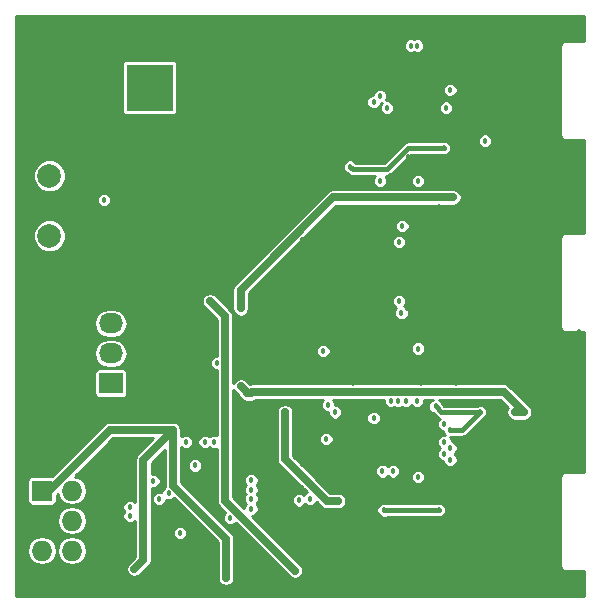
<source format=gbr>
G04 #@! TF.FileFunction,Copper,L3,Inr*
%FSLAX46Y46*%
G04 Gerber Fmt 4.6, Leading zero omitted, Abs format (unit mm)*
G04 Created by KiCad (PCBNEW 4.X.X-debug) date Tue Sep 13 20:33:13 2016*
%MOMM*%
%LPD*%
G01*
G04 APERTURE LIST*
%ADD10C,0.100000*%
%ADD11C,0.457200*%
%ADD12C,0.550000*%
%ADD13R,2.032000X1.727200*%
%ADD14O,2.032000X1.727200*%
%ADD15R,1.727200X1.727200*%
%ADD16O,1.727200X1.727200*%
%ADD17R,2.000000X2.000000*%
%ADD18C,2.000000*%
%ADD19R,3.900000X3.900000*%
%ADD20R,3.800000X3.800000*%
%ADD21R,3.700000X3.700000*%
%ADD22C,0.381000*%
%ADD23C,0.635000*%
%ADD24C,0.254000*%
G04 APERTURE END LIST*
D10*
D11*
X127000000Y-135000000D03*
X127000000Y-137400000D03*
X121750000Y-141500000D03*
X123750000Y-141500000D03*
X123000000Y-140400000D03*
X142450000Y-130850000D03*
X104350000Y-148400000D03*
X103350000Y-147400000D03*
X102350000Y-148400000D03*
X108150000Y-143800000D03*
X108150000Y-145800000D03*
X108150000Y-147800000D03*
X108150000Y-141800000D03*
X115800000Y-139800000D03*
X116800000Y-140800000D03*
X117800000Y-141800000D03*
X122750000Y-147600000D03*
X121750000Y-146600000D03*
X102750000Y-104800000D03*
X102750000Y-106800000D03*
X102750000Y-102800000D03*
X109150000Y-107600000D03*
X109150000Y-105600000D03*
X138550000Y-148600000D03*
X136550000Y-148600000D03*
X134550000Y-148600000D03*
X132550000Y-148600000D03*
X130550000Y-148600000D03*
X147150000Y-148200000D03*
X145150000Y-148200000D03*
X143150000Y-148200000D03*
X141150000Y-148200000D03*
X141600000Y-146600000D03*
X138150000Y-142200000D03*
X141150000Y-141200000D03*
X140150000Y-140200000D03*
X140150000Y-142200000D03*
X139150000Y-143200000D03*
X139150000Y-141200000D03*
X137150000Y-143200000D03*
X137150000Y-145200000D03*
X136150000Y-144200000D03*
X138150000Y-144200000D03*
X139550000Y-130600000D03*
X140650000Y-129550000D03*
X138400000Y-129800000D03*
X140650000Y-127550000D03*
X139550000Y-128600000D03*
X143950000Y-136800000D03*
X145950000Y-136800000D03*
X146950000Y-137800000D03*
X144950000Y-135800000D03*
X146950000Y-135800000D03*
X144950000Y-137800000D03*
X145950000Y-130800000D03*
X144950000Y-131800000D03*
X146950000Y-131800000D03*
X143950000Y-130800000D03*
X145950000Y-134800000D03*
X146950000Y-133800000D03*
X144950000Y-133800000D03*
X145950000Y-132800000D03*
X142950000Y-135800000D03*
X142950000Y-137800000D03*
X146950000Y-129800000D03*
X144950000Y-129800000D03*
X144950000Y-127800000D03*
X146950000Y-127800000D03*
X145950000Y-128800000D03*
X142950000Y-129800000D03*
X142950000Y-127800000D03*
X143950000Y-128800000D03*
X141950000Y-119200000D03*
X141950000Y-121200000D03*
X139750000Y-123000000D03*
X139750000Y-121000000D03*
X139750000Y-119000000D03*
X139750000Y-117000000D03*
X139750000Y-115000000D03*
X144950000Y-118200000D03*
X145950000Y-117200000D03*
X146950000Y-118200000D03*
X146950000Y-114200000D03*
X144950000Y-116200000D03*
X146950000Y-116200000D03*
X145950000Y-115200000D03*
X144950000Y-114200000D03*
X143950000Y-113200000D03*
X142950000Y-112200000D03*
X143950000Y-111200000D03*
X142950000Y-114200000D03*
X142950000Y-118200000D03*
X143950000Y-117200000D03*
X142950000Y-116200000D03*
X143950000Y-115200000D03*
X145950000Y-111200000D03*
X146950000Y-112200000D03*
X145950000Y-113200000D03*
X144950000Y-112200000D03*
X141950000Y-115200000D03*
X141950000Y-113200000D03*
X141950000Y-111200000D03*
X141950000Y-117200000D03*
X127150000Y-120200000D03*
X127150000Y-118200000D03*
X121400000Y-119600000D03*
X122400000Y-118600000D03*
X123400000Y-117600000D03*
X107150000Y-126400000D03*
X108150000Y-123400000D03*
X109150000Y-124400000D03*
X107150000Y-124400000D03*
X106150000Y-123400000D03*
X119750000Y-101800000D03*
X121750000Y-101800000D03*
X122750000Y-102800000D03*
X120750000Y-102800000D03*
X121750000Y-103800000D03*
X119750000Y-103800000D03*
X146400000Y-102000000D03*
X144400000Y-102000000D03*
X142400000Y-102000000D03*
X135400000Y-113400000D03*
X136600000Y-114400000D03*
X136600000Y-112800000D03*
X136600000Y-110600000D03*
X137800000Y-109600000D03*
X139550000Y-105200000D03*
X140550000Y-104200000D03*
X138550000Y-104200000D03*
X141550000Y-105200000D03*
X129000000Y-107200000D03*
X127550000Y-108600000D03*
X127550000Y-106800000D03*
X126550000Y-109600000D03*
X126550000Y-107600000D03*
X131350000Y-105400000D03*
X133350000Y-105400000D03*
X132350000Y-106400000D03*
X130350000Y-106400000D03*
X129350000Y-105400000D03*
X122800000Y-130600000D03*
X121800000Y-129600000D03*
X120800000Y-128600000D03*
X122350000Y-126800000D03*
X123350000Y-127800000D03*
X122350000Y-124800000D03*
X121350000Y-123800000D03*
X123350000Y-123800000D03*
X123350000Y-125800000D03*
X122350000Y-122800000D03*
X121350000Y-125800000D03*
X123350000Y-121800000D03*
X134200000Y-146000000D03*
X138200000Y-147800000D03*
X133200000Y-146000000D03*
X135200000Y-146000000D03*
X137200000Y-146000000D03*
X136200000Y-146000000D03*
X133200000Y-147800000D03*
X132200000Y-147800000D03*
X136200000Y-147800000D03*
X134200000Y-147800000D03*
X135200000Y-147800000D03*
X137200000Y-147800000D03*
X140000000Y-146400000D03*
X142000000Y-144400000D03*
X139000000Y-147400000D03*
X141000000Y-145400000D03*
X139200000Y-145000000D03*
X141200000Y-143000000D03*
X138200000Y-146000000D03*
X140200000Y-144000000D03*
X122550000Y-136600000D03*
X121550000Y-137600000D03*
X120550000Y-136600000D03*
X119550000Y-137600000D03*
X127600000Y-130400000D03*
X126600000Y-131400000D03*
X128600000Y-129400000D03*
X126800000Y-121800000D03*
X126550000Y-127800000D03*
X127550000Y-126800000D03*
X126550000Y-123800000D03*
X126550000Y-125800000D03*
X127550000Y-124800000D03*
X123150000Y-109400000D03*
X124150000Y-108400000D03*
X123150000Y-107400000D03*
X123150000Y-111400000D03*
X124150000Y-110400000D03*
X123150000Y-113400000D03*
X124150000Y-112400000D03*
X140150000Y-102000000D03*
X139150000Y-103000000D03*
X141150000Y-103000000D03*
X136150000Y-102000000D03*
X134150000Y-102000000D03*
X137150000Y-102800000D03*
X138150000Y-102000000D03*
X130150000Y-102000000D03*
X129150000Y-103000000D03*
X132150000Y-102000000D03*
X133150000Y-103000000D03*
X131150000Y-103000000D03*
X128150000Y-102000000D03*
X126150000Y-102000000D03*
X127150000Y-103000000D03*
X116150000Y-103800000D03*
X118150000Y-101800000D03*
X119150000Y-102800000D03*
X116150000Y-101800000D03*
X118150000Y-103800000D03*
X117150000Y-102800000D03*
X112150000Y-101800000D03*
X113150000Y-102800000D03*
X112150000Y-103800000D03*
X115150000Y-102800000D03*
X114150000Y-103800000D03*
X114150000Y-101800000D03*
X109150000Y-102800000D03*
X110150000Y-103800000D03*
X111150000Y-102800000D03*
X110150000Y-101800000D03*
X106150000Y-101800000D03*
X104150000Y-101800000D03*
X104150000Y-103800000D03*
X108150000Y-101800000D03*
X107150000Y-102800000D03*
X105150000Y-102800000D03*
X106150000Y-103800000D03*
X108150000Y-103800000D03*
X105350000Y-109000000D03*
X103350000Y-109000000D03*
X102350000Y-110000000D03*
X103350000Y-111000000D03*
X102350000Y-112000000D03*
X104350000Y-112000000D03*
X106350000Y-112000000D03*
X105350000Y-111000000D03*
X106350000Y-110000000D03*
X104350000Y-110000000D03*
X111350000Y-109200000D03*
X111350000Y-111200000D03*
X111350000Y-113200000D03*
X112350000Y-114200000D03*
X114350000Y-110200000D03*
X115350000Y-111200000D03*
X115350000Y-109200000D03*
X113350000Y-109200000D03*
X112350000Y-112200000D03*
X112350000Y-110200000D03*
X113350000Y-113200000D03*
X113350000Y-111200000D03*
X114350000Y-114200000D03*
X116350000Y-114200000D03*
X115350000Y-113200000D03*
X116350000Y-112200000D03*
X114350000Y-112200000D03*
X102150000Y-125400000D03*
X102150000Y-131400000D03*
X101150000Y-130400000D03*
X103150000Y-130400000D03*
X105150000Y-130400000D03*
X106150000Y-129400000D03*
X104150000Y-131400000D03*
X106150000Y-131400000D03*
X103150000Y-126400000D03*
X103150000Y-124400000D03*
X105150000Y-126400000D03*
X106150000Y-125400000D03*
X105150000Y-124400000D03*
X104150000Y-125400000D03*
X106150000Y-127400000D03*
X104150000Y-129400000D03*
X104150000Y-127400000D03*
X105150000Y-128400000D03*
X101150000Y-136400000D03*
X102150000Y-139200000D03*
X101150000Y-138400000D03*
X102150000Y-137400000D03*
X103150000Y-138400000D03*
X103150000Y-136400000D03*
X105150000Y-134400000D03*
X104150000Y-133400000D03*
X105150000Y-132400000D03*
X104150000Y-135400000D03*
X106150000Y-135400000D03*
X106150000Y-133400000D03*
X104150000Y-139200000D03*
X104150000Y-137400000D03*
X105150000Y-138200000D03*
X105150000Y-136400000D03*
X106150000Y-137200000D03*
X106150000Y-139400000D03*
X103150000Y-132400000D03*
X103150000Y-134400000D03*
X101150000Y-134400000D03*
X102150000Y-133400000D03*
X102150000Y-135400000D03*
X101150000Y-132400000D03*
X102150000Y-127400000D03*
X101150000Y-128400000D03*
X103150000Y-128400000D03*
X102150000Y-129400000D03*
X111750000Y-132000000D03*
X111750000Y-134000000D03*
X110600000Y-119800000D03*
X115550000Y-134000000D03*
X113550000Y-134000000D03*
X114550000Y-133000000D03*
X115550000Y-132000000D03*
X113550000Y-132000000D03*
X110550000Y-114200000D03*
X108550000Y-114200000D03*
X111750000Y-128000000D03*
X111750000Y-130000000D03*
X125200000Y-124400000D03*
X125200000Y-127400000D03*
X125200000Y-128400000D03*
X125200000Y-126400000D03*
X125200000Y-125400000D03*
X125200000Y-117400000D03*
X125200000Y-116400000D03*
X125200000Y-115400000D03*
X125200000Y-133400000D03*
X125200000Y-129400000D03*
X125200000Y-123400000D03*
X125200000Y-121400000D03*
X125200000Y-119400000D03*
X125200000Y-122400000D03*
X125200000Y-120400000D03*
X124600000Y-102200000D03*
X124600000Y-103200000D03*
X125200000Y-107400000D03*
X125200000Y-110400000D03*
X125200000Y-111400000D03*
X125200000Y-109400000D03*
X125200000Y-108400000D03*
X125200000Y-143250000D03*
X125200000Y-136400000D03*
X125200000Y-137400000D03*
X125200000Y-138400000D03*
X125200000Y-140400000D03*
X125200000Y-135400000D03*
X125200000Y-146400000D03*
X148600000Y-127200000D03*
X148600000Y-147600000D03*
X148600000Y-148600000D03*
X147800000Y-138800000D03*
X148600000Y-137200000D03*
X148600000Y-138200000D03*
X148600000Y-135200000D03*
X148600000Y-136200000D03*
X148600000Y-133200000D03*
X148600000Y-134200000D03*
X148600000Y-131200000D03*
X148600000Y-129200000D03*
X148600000Y-130200000D03*
X148600000Y-128200000D03*
X148600000Y-132200000D03*
X148600000Y-118200000D03*
X148600000Y-117200000D03*
X148600000Y-111200000D03*
X148600000Y-114200000D03*
X148600000Y-115200000D03*
X148600000Y-112200000D03*
X148600000Y-116200000D03*
X148600000Y-113200000D03*
X148600000Y-102200000D03*
X101200000Y-116400000D03*
X101200000Y-118400000D03*
X101200000Y-117400000D03*
X101200000Y-114400000D03*
X101200000Y-115400000D03*
X101200000Y-113400000D03*
X101200000Y-112400000D03*
X101200000Y-111400000D03*
X101200000Y-109400000D03*
X101200000Y-110400000D03*
X101200000Y-108400000D03*
X101200000Y-104400000D03*
X101200000Y-103400000D03*
X101200000Y-102400000D03*
X101200000Y-107400000D03*
X101200000Y-106400000D03*
X101200000Y-105400000D03*
X101200000Y-121400000D03*
X101200000Y-120400000D03*
X101200000Y-122400000D03*
X101200000Y-119400000D03*
X101200000Y-125400000D03*
X101200000Y-123400000D03*
X101200000Y-124400000D03*
X101200000Y-127400000D03*
X101200000Y-126400000D03*
X101200000Y-145400000D03*
X101200000Y-148400000D03*
X101200000Y-143400000D03*
X101200000Y-144400000D03*
X101200000Y-147400000D03*
X101200000Y-146400000D03*
X101200000Y-140400000D03*
X101200000Y-141400000D03*
X101200000Y-149400000D03*
X101200000Y-142400000D03*
X101200000Y-129400000D03*
X101200000Y-131400000D03*
X101200000Y-133400000D03*
X101200000Y-135400000D03*
X101200000Y-132400000D03*
X101200000Y-139400000D03*
X101200000Y-137400000D03*
X138200000Y-149400000D03*
X137200000Y-149400000D03*
X135200000Y-149400000D03*
X133200000Y-149400000D03*
X134200000Y-149400000D03*
X132200000Y-149400000D03*
X136200000Y-149400000D03*
X148200000Y-149400000D03*
X145200000Y-149400000D03*
X144200000Y-149400000D03*
X147200000Y-149400000D03*
X146200000Y-149400000D03*
X140200000Y-149400000D03*
X139200000Y-149400000D03*
X141200000Y-149400000D03*
X142200000Y-149400000D03*
X143200000Y-149400000D03*
X131200000Y-149400000D03*
X128200000Y-149400000D03*
X130200000Y-149400000D03*
X129200000Y-149400000D03*
X126200000Y-149400000D03*
X127200000Y-149400000D03*
X125200000Y-149400000D03*
X124200000Y-149400000D03*
X122200000Y-149400000D03*
X123200000Y-149400000D03*
X107200000Y-149400000D03*
X108200000Y-149400000D03*
X106200000Y-149400000D03*
X113200000Y-149400000D03*
X114200000Y-149400000D03*
X110200000Y-149400000D03*
X111200000Y-149400000D03*
X112200000Y-149400000D03*
X109200000Y-149400000D03*
X105200000Y-149400000D03*
X102200000Y-149400000D03*
X103200000Y-149400000D03*
X104200000Y-149400000D03*
X115200000Y-149400000D03*
X116200000Y-149400000D03*
X117200000Y-149400000D03*
X119200000Y-149400000D03*
X118200000Y-149400000D03*
X120200000Y-149400000D03*
X121200000Y-149400000D03*
X108600000Y-101200000D03*
X107600000Y-101200000D03*
X110600000Y-101200000D03*
X109600000Y-101200000D03*
X111600000Y-101200000D03*
X112600000Y-101200000D03*
X115600000Y-101200000D03*
X114600000Y-101200000D03*
X113600000Y-101200000D03*
X117600000Y-101200000D03*
X116600000Y-101200000D03*
X106600000Y-101200000D03*
X104600000Y-101200000D03*
X105600000Y-101200000D03*
X101600000Y-101200000D03*
X102600000Y-101200000D03*
X103600000Y-101200000D03*
X138600000Y-101200000D03*
X137600000Y-101200000D03*
X140600000Y-101200000D03*
X139600000Y-101200000D03*
X141600000Y-101200000D03*
X142600000Y-101200000D03*
X145600000Y-101200000D03*
X144600000Y-101200000D03*
X143600000Y-101200000D03*
X147600000Y-101200000D03*
X146600000Y-101200000D03*
X148600000Y-101200000D03*
X136600000Y-101200000D03*
X134600000Y-101200000D03*
X135600000Y-101200000D03*
X128600000Y-101200000D03*
X130600000Y-101200000D03*
X131600000Y-101200000D03*
X132600000Y-101200000D03*
X133600000Y-101200000D03*
X129600000Y-101200000D03*
X125600000Y-101200000D03*
X124600000Y-101200000D03*
X126600000Y-101200000D03*
X127600000Y-101200000D03*
X123600000Y-101200000D03*
X118600000Y-101200000D03*
X120600000Y-101200000D03*
X119600000Y-101200000D03*
X121600000Y-101200000D03*
X122600000Y-101200000D03*
X142000000Y-108200000D03*
X147000000Y-126400000D03*
X147000000Y-104400000D03*
X147000000Y-121600000D03*
X147000000Y-120600000D03*
X147000000Y-105400000D03*
X147000000Y-108200000D03*
X147000000Y-124400000D03*
X147000000Y-109200000D03*
X147000000Y-110200000D03*
X147000000Y-125400000D03*
X147000000Y-119600000D03*
X147000000Y-103400000D03*
X145000000Y-126400000D03*
X146000000Y-126400000D03*
X144000000Y-126400000D03*
X143000000Y-126400000D03*
X146000000Y-119600000D03*
X145000000Y-119600000D03*
X143000000Y-119600000D03*
X144000000Y-119600000D03*
X146200000Y-146600000D03*
X146200000Y-145600000D03*
X143200000Y-144600000D03*
X146200000Y-144600000D03*
X144200000Y-146600000D03*
X143200000Y-146600000D03*
X145200000Y-146600000D03*
X144200000Y-145600000D03*
X145200000Y-145600000D03*
X144200000Y-144600000D03*
X145200000Y-144600000D03*
X143200000Y-145600000D03*
X145200000Y-139800000D03*
X145200000Y-140800000D03*
X146200000Y-140800000D03*
X146200000Y-139800000D03*
X145200000Y-141800000D03*
X146200000Y-141800000D03*
X143200000Y-141800000D03*
X143200000Y-140800000D03*
X144200000Y-141800000D03*
X144200000Y-140800000D03*
X144200000Y-139800000D03*
X143200000Y-139800000D03*
X144000000Y-108200000D03*
X144000000Y-109200000D03*
X145000000Y-108200000D03*
X145000000Y-109200000D03*
X143000000Y-109200000D03*
X143000000Y-108200000D03*
X146000000Y-108200000D03*
X145000000Y-110200000D03*
X146000000Y-109200000D03*
X146000000Y-110200000D03*
X144000000Y-110200000D03*
X143000000Y-110200000D03*
X144000000Y-104400000D03*
X145000000Y-104400000D03*
X145000000Y-105400000D03*
X146000000Y-104400000D03*
X144000000Y-105400000D03*
X146000000Y-105400000D03*
X145000000Y-103400000D03*
X146000000Y-103400000D03*
X143000000Y-105400000D03*
X144000000Y-103400000D03*
X143000000Y-103400000D03*
X143000000Y-104400000D03*
X140600000Y-109400000D03*
X140600000Y-108400000D03*
X140600000Y-107400000D03*
X139000000Y-108400000D03*
X139000000Y-109400000D03*
X138750000Y-110500000D03*
X134000000Y-106200000D03*
X133000000Y-107200000D03*
X134800000Y-106000000D03*
X134200000Y-108400000D03*
X135200000Y-107400000D03*
X141600000Y-107400000D03*
X139000000Y-107400000D03*
X138000000Y-107400000D03*
X138000000Y-106000000D03*
X139000000Y-106000000D03*
X142000000Y-106000000D03*
X140000000Y-106000000D03*
X141000000Y-106000000D03*
X132600000Y-114000000D03*
X134200000Y-113400000D03*
X134200000Y-114400000D03*
X134200000Y-112400000D03*
X130400000Y-125800000D03*
X131400000Y-126800000D03*
X130600000Y-118200000D03*
X131600000Y-117200000D03*
X130000000Y-125000000D03*
X130000000Y-121000000D03*
X130000000Y-120000000D03*
X130000000Y-119000000D03*
X130000000Y-124000000D03*
X130000000Y-123000000D03*
X130000000Y-122000000D03*
X131200000Y-126200000D03*
X131200000Y-125000000D03*
X131200000Y-124000000D03*
X131200000Y-120000000D03*
X131200000Y-119000000D03*
X131200000Y-118000000D03*
X131200000Y-123000000D03*
X131200000Y-122000000D03*
X131200000Y-121000000D03*
X132750000Y-125200000D03*
X132800000Y-123000000D03*
X132800000Y-124000000D03*
X132800000Y-119000000D03*
X132800000Y-120000000D03*
X132800000Y-121000000D03*
X134050000Y-125200000D03*
X134000000Y-123000000D03*
X134000000Y-124000000D03*
X134000000Y-119000000D03*
X134000000Y-120000000D03*
X134000000Y-121000000D03*
X146000000Y-125400000D03*
X145000000Y-124400000D03*
X145000000Y-125400000D03*
X146000000Y-124400000D03*
X144000000Y-125400000D03*
X144000000Y-124400000D03*
X143000000Y-125400000D03*
X143000000Y-124400000D03*
X146000000Y-121600000D03*
X145000000Y-120600000D03*
X145000000Y-121600000D03*
X146000000Y-120600000D03*
X144000000Y-121600000D03*
X144000000Y-120600000D03*
X143000000Y-121600000D03*
X143000000Y-120600000D03*
X142000000Y-122400000D03*
X135400000Y-115000000D03*
X134400000Y-115000000D03*
X132400000Y-115000000D03*
X131400000Y-115000000D03*
X129000000Y-117800000D03*
X130000000Y-116800000D03*
X136200000Y-118200000D03*
X135200000Y-117200000D03*
X136800000Y-125200000D03*
X136800000Y-124000000D03*
X136800000Y-123000000D03*
X136800000Y-119000000D03*
X136800000Y-120000000D03*
X136800000Y-121000000D03*
X135600000Y-126400000D03*
X135600000Y-125200000D03*
X135600000Y-124200000D03*
X135600000Y-119200000D03*
X135600000Y-118200000D03*
X135600000Y-120200000D03*
X135600000Y-123200000D03*
X135600000Y-121200000D03*
X138400000Y-123200000D03*
X138400000Y-124200000D03*
X138400000Y-125200000D03*
X138400000Y-118200000D03*
X138400000Y-119200000D03*
X138400000Y-120200000D03*
X138400000Y-122200000D03*
X138400000Y-121200000D03*
X137800000Y-117600000D03*
X136800000Y-116600000D03*
X128400000Y-125200000D03*
X128400000Y-124200000D03*
X128400000Y-123200000D03*
X128400000Y-118200000D03*
X128400000Y-119200000D03*
X128400000Y-120200000D03*
X129600000Y-127200000D03*
X130600000Y-128200000D03*
X128600000Y-126200000D03*
X131600000Y-129000000D03*
X134000000Y-129400000D03*
X141200000Y-125400000D03*
X142200000Y-124400000D03*
X138200000Y-128400000D03*
X139200000Y-127400000D03*
X137200000Y-129400000D03*
X140200000Y-126400000D03*
X136200000Y-130400000D03*
X132600000Y-130800000D03*
X132600000Y-129800000D03*
X132600000Y-129000000D03*
X139000000Y-125400000D03*
X140000000Y-124400000D03*
X141000000Y-123400000D03*
X138000000Y-126400000D03*
X134000000Y-130400000D03*
X135000000Y-129400000D03*
X137000000Y-127400000D03*
X136000000Y-128400000D03*
X126800000Y-122800000D03*
X128400000Y-121200000D03*
X126400000Y-115000000D03*
D12*
X133400000Y-116775000D03*
X132500000Y-116775000D03*
X134300000Y-116775000D03*
X133300000Y-127087033D03*
X134200000Y-127087033D03*
X132400000Y-127087033D03*
D13*
X109000000Y-131540000D03*
D14*
X109000000Y-129000000D03*
X109000000Y-126460000D03*
D15*
X103175000Y-140640000D03*
D16*
X105715000Y-140640000D03*
X103175000Y-143180000D03*
X105715000Y-143180000D03*
X103175000Y-145720000D03*
X105715000Y-145720000D03*
D17*
X103810000Y-116510000D03*
D18*
X103810000Y-113970000D03*
D17*
X103810000Y-121590000D03*
D18*
X103810000Y-119050000D03*
D19*
X112299860Y-106500000D03*
D20*
X105799860Y-106500000D03*
D21*
X109049860Y-111000000D03*
D11*
X140250000Y-134000000D03*
X137750000Y-135500000D03*
X136500000Y-133500000D03*
X132700000Y-133000000D03*
X139200000Y-114200000D03*
X140400000Y-114200072D03*
X121000000Y-134500000D03*
X118000000Y-128750000D03*
X117500000Y-127750000D03*
X120000000Y-129000000D03*
X120000000Y-127750000D03*
X135350000Y-109600000D03*
X135350000Y-110600000D03*
X129850000Y-110600000D03*
X129850000Y-111600000D03*
X135500000Y-112550000D03*
X128300000Y-135000000D03*
X126000000Y-146250000D03*
X129400000Y-145017390D03*
X113750000Y-147250000D03*
X135566257Y-141316257D03*
X139995469Y-111145626D03*
X133287500Y-137112500D03*
X135012500Y-137112500D03*
X135012500Y-135387500D03*
X133287500Y-135387500D03*
X132000000Y-111500000D03*
X133300000Y-111500000D03*
X133300000Y-110200000D03*
X132000000Y-110200000D03*
X109000000Y-134400000D03*
X110500000Y-144550000D03*
X110500000Y-143750000D03*
X120900000Y-138950000D03*
X135250000Y-131500000D03*
X130750000Y-112750000D03*
X138250000Y-131500000D03*
X129500000Y-131500000D03*
X135900000Y-121700000D03*
X136500000Y-122300000D03*
X133700000Y-121700000D03*
X133100000Y-122300000D03*
X130300000Y-121700000D03*
X130900000Y-122300000D03*
X133300000Y-133000000D03*
X134000000Y-133000000D03*
X134900000Y-133000012D03*
X137250000Y-135000000D03*
X127250000Y-136250000D03*
X114850000Y-144200004D03*
X112600000Y-139800000D03*
X131800000Y-107200000D03*
X137750000Y-138000000D03*
X131250000Y-107750000D03*
X113099998Y-141350000D03*
X137250000Y-137500000D03*
X113900000Y-140850000D03*
X135000000Y-139500000D03*
X119100000Y-142950000D03*
X137750000Y-137000000D03*
X120900000Y-142150000D03*
X137250000Y-136500000D03*
X124950000Y-141450000D03*
X132000000Y-139000000D03*
X132880602Y-139000000D03*
X125900000Y-141300000D03*
X131800000Y-114400000D03*
X127000000Y-128800000D03*
X116950000Y-136500000D03*
X135000000Y-114400000D03*
X135000000Y-128600000D03*
X120900000Y-140550000D03*
X120900000Y-139750000D03*
X133681788Y-118244183D03*
X133610456Y-125604825D03*
X133400000Y-119600010D03*
X133400000Y-124600000D03*
X117750000Y-136500000D03*
X132400000Y-108200000D03*
X115350000Y-136500000D03*
X140700000Y-111000000D03*
X120900000Y-141300000D03*
X110600000Y-142000000D03*
X110600000Y-142800000D03*
X120000000Y-124600000D03*
X120000000Y-125200000D03*
X137250000Y-115800000D03*
X128175000Y-115800000D03*
X117800000Y-125000000D03*
X117400000Y-124600000D03*
X123999986Y-146800000D03*
X124599986Y-147400000D03*
X128800000Y-115800000D03*
X138000000Y-115800000D03*
X114250000Y-135500000D03*
X111000000Y-147250000D03*
X118750000Y-148000000D03*
X131250000Y-134500000D03*
X137750000Y-106700000D03*
X120517390Y-132399991D03*
X120000000Y-131800000D03*
X143200000Y-134000000D03*
X144000000Y-134000000D03*
X123750000Y-134500000D03*
X128250000Y-141500000D03*
X127500000Y-141500000D03*
X123750000Y-134000000D03*
X108400000Y-116000000D03*
X118000000Y-129800000D03*
X132100000Y-142300000D03*
X136750000Y-142250000D03*
X137200000Y-111599964D03*
X129250000Y-113200000D03*
X127400000Y-133400000D03*
X128000000Y-134000000D03*
X134450000Y-102950000D03*
X134950000Y-102950000D03*
X137400000Y-108200000D03*
X116150000Y-138500000D03*
D22*
X137750000Y-135500000D02*
X138750000Y-135500000D01*
X138750000Y-135500000D02*
X140250000Y-134000000D01*
X140250000Y-134000000D02*
X137000000Y-134000000D01*
X137000000Y-134000000D02*
X136500000Y-133500000D01*
D23*
X120000000Y-123603810D02*
X120000000Y-124600000D01*
X120000000Y-124600000D02*
X120000000Y-125200000D01*
X128175000Y-115800000D02*
X127803810Y-115800000D01*
X127803810Y-115800000D02*
X120000000Y-123603810D01*
X128800000Y-115800000D02*
X137250000Y-115800000D01*
X137250000Y-115800000D02*
X138000000Y-115800000D01*
X128800000Y-115800000D02*
X128175000Y-115800000D01*
X123999986Y-146800000D02*
X118673101Y-141473115D01*
X118673101Y-141473115D02*
X118673101Y-125873101D01*
X118673101Y-125873101D02*
X117800000Y-125000000D01*
X117400000Y-124600000D02*
X117800000Y-125000000D01*
X123999986Y-146800000D02*
X124371387Y-147171401D01*
X124371387Y-147171401D02*
X124599986Y-147400000D01*
X103175000Y-140640000D02*
X103779010Y-140640000D01*
X103779010Y-140640000D02*
X108919010Y-135500000D01*
X108919010Y-135500000D02*
X113926711Y-135500000D01*
X113926711Y-135500000D02*
X114250000Y-135500000D01*
X118750000Y-148000000D02*
X118750000Y-144703810D01*
X114250000Y-135823289D02*
X114250000Y-135500000D01*
X118750000Y-144703810D02*
X114250000Y-140203810D01*
X114250000Y-140203810D02*
X114250000Y-135823289D01*
X114250000Y-135500000D02*
X111750000Y-138000000D01*
X111750000Y-138000000D02*
X111750000Y-146500000D01*
X111750000Y-146500000D02*
X111228599Y-147021401D01*
X111228599Y-147021401D02*
X111000000Y-147250000D01*
X144000000Y-134000000D02*
X142250000Y-132250000D01*
X142250000Y-132250000D02*
X120990670Y-132250000D01*
X120990670Y-132250000D02*
X120840679Y-132399991D01*
X120840679Y-132399991D02*
X120517390Y-132399991D01*
X120000000Y-131800000D02*
X120517390Y-132317390D01*
X120517390Y-132317390D02*
X120517390Y-132399991D01*
X144000000Y-134000000D02*
X143200000Y-134000000D01*
X123750000Y-134500000D02*
X123750000Y-137946190D01*
X123750000Y-137946190D02*
X127303810Y-141500000D01*
X127303810Y-141500000D02*
X127926711Y-141500000D01*
X127926711Y-141500000D02*
X128250000Y-141500000D01*
X123750000Y-134000000D02*
X123750000Y-134500000D01*
X127500000Y-141500000D02*
X128250000Y-141500000D01*
D22*
X132150000Y-142250000D02*
X132100000Y-142300000D01*
X136750000Y-142250000D02*
X132150000Y-142250000D01*
X136876711Y-111599964D02*
X137200000Y-111599964D01*
X134191806Y-111599964D02*
X136876711Y-111599964D01*
X132363171Y-113428599D02*
X134191806Y-111599964D01*
X129478599Y-113428599D02*
X132363171Y-113428599D01*
X129250000Y-113200000D02*
X129478599Y-113428599D01*
D24*
G36*
X149044000Y-102544000D02*
X147500000Y-102544000D01*
X147325496Y-102578711D01*
X147177559Y-102677559D01*
X147078711Y-102825496D01*
X147044000Y-103000000D01*
X147044000Y-110500000D01*
X147078711Y-110674504D01*
X147177559Y-110822441D01*
X147325496Y-110921289D01*
X147500000Y-110956000D01*
X149044000Y-110956000D01*
X149044000Y-118794000D01*
X147500000Y-118794000D01*
X147325496Y-118828711D01*
X147177559Y-118927559D01*
X147078711Y-119075496D01*
X147044000Y-119250000D01*
X147044000Y-126750000D01*
X147078711Y-126924504D01*
X147177559Y-127072441D01*
X147325496Y-127171289D01*
X147500000Y-127206000D01*
X149044000Y-127206000D01*
X149044000Y-139044000D01*
X147500000Y-139044000D01*
X147325496Y-139078711D01*
X147177559Y-139177559D01*
X147078711Y-139325496D01*
X147044000Y-139500000D01*
X147044000Y-147000000D01*
X147078711Y-147174504D01*
X147177559Y-147322441D01*
X147325496Y-147421289D01*
X147500000Y-147456000D01*
X149044000Y-147456000D01*
X149044000Y-149544000D01*
X100956000Y-149544000D01*
X100956000Y-145720000D01*
X101906017Y-145720000D01*
X102000757Y-146196288D01*
X102270552Y-146600065D01*
X102674329Y-146869860D01*
X103150617Y-146964600D01*
X103199383Y-146964600D01*
X103675671Y-146869860D01*
X104079448Y-146600065D01*
X104349243Y-146196288D01*
X104443983Y-145720000D01*
X104446017Y-145720000D01*
X104540757Y-146196288D01*
X104810552Y-146600065D01*
X105214329Y-146869860D01*
X105690617Y-146964600D01*
X105739383Y-146964600D01*
X106215671Y-146869860D01*
X106619448Y-146600065D01*
X106889243Y-146196288D01*
X106983983Y-145720000D01*
X106889243Y-145243712D01*
X106619448Y-144839935D01*
X106215671Y-144570140D01*
X105739383Y-144475400D01*
X105690617Y-144475400D01*
X105214329Y-144570140D01*
X104810552Y-144839935D01*
X104540757Y-145243712D01*
X104446017Y-145720000D01*
X104443983Y-145720000D01*
X104349243Y-145243712D01*
X104079448Y-144839935D01*
X103675671Y-144570140D01*
X103199383Y-144475400D01*
X103150617Y-144475400D01*
X102674329Y-144570140D01*
X102270552Y-144839935D01*
X102000757Y-145243712D01*
X101906017Y-145720000D01*
X100956000Y-145720000D01*
X100956000Y-143180000D01*
X104446017Y-143180000D01*
X104540757Y-143656288D01*
X104810552Y-144060065D01*
X105214329Y-144329860D01*
X105690617Y-144424600D01*
X105739383Y-144424600D01*
X106215671Y-144329860D01*
X106619448Y-144060065D01*
X106889243Y-143656288D01*
X106983983Y-143180000D01*
X106889243Y-142703712D01*
X106619448Y-142299935D01*
X106215671Y-142030140D01*
X105739383Y-141935400D01*
X105690617Y-141935400D01*
X105214329Y-142030140D01*
X104810552Y-142299935D01*
X104540757Y-142703712D01*
X104446017Y-143180000D01*
X100956000Y-143180000D01*
X100956000Y-139776400D01*
X101922936Y-139776400D01*
X101922936Y-141503600D01*
X101952506Y-141652259D01*
X102036714Y-141778286D01*
X102162741Y-141862494D01*
X102311400Y-141892064D01*
X104038600Y-141892064D01*
X104187259Y-141862494D01*
X104313286Y-141778286D01*
X104397494Y-141652259D01*
X104427064Y-141503600D01*
X104427064Y-140979774D01*
X104499245Y-140907593D01*
X104540757Y-141116288D01*
X104810552Y-141520065D01*
X105214329Y-141789860D01*
X105690617Y-141884600D01*
X105739383Y-141884600D01*
X106215671Y-141789860D01*
X106619448Y-141520065D01*
X106889243Y-141116288D01*
X106983983Y-140640000D01*
X106889243Y-140163712D01*
X106619448Y-139759935D01*
X106215671Y-139490140D01*
X105966301Y-139440537D01*
X109208338Y-136198500D01*
X112563672Y-136198500D01*
X111256086Y-137506086D01*
X111104670Y-137732695D01*
X111104670Y-137732696D01*
X111051500Y-138000000D01*
X111051500Y-141589430D01*
X110945762Y-141483507D01*
X110721789Y-141390506D01*
X110479275Y-141390294D01*
X110255140Y-141482905D01*
X110083507Y-141654238D01*
X109990506Y-141878211D01*
X109990294Y-142120725D01*
X110082905Y-142344860D01*
X110137894Y-142399946D01*
X110083507Y-142454238D01*
X109990506Y-142678211D01*
X109990294Y-142920725D01*
X110082905Y-143144860D01*
X110254238Y-143316493D01*
X110478211Y-143409494D01*
X110720725Y-143409706D01*
X110944860Y-143317095D01*
X111051500Y-143210641D01*
X111051500Y-146210672D01*
X110506086Y-146756086D01*
X110354670Y-146982695D01*
X110301500Y-147250000D01*
X110354670Y-147517305D01*
X110506086Y-147743914D01*
X110732695Y-147895330D01*
X111000000Y-147948500D01*
X111267305Y-147895330D01*
X111493914Y-147743914D01*
X112243914Y-146993914D01*
X112303231Y-146905140D01*
X112395330Y-146767304D01*
X112448500Y-146500000D01*
X112448500Y-144320729D01*
X114240294Y-144320729D01*
X114332905Y-144544864D01*
X114504238Y-144716497D01*
X114728211Y-144809498D01*
X114970725Y-144809710D01*
X115194860Y-144717099D01*
X115366493Y-144545766D01*
X115459494Y-144321793D01*
X115459706Y-144079279D01*
X115367095Y-143855144D01*
X115195762Y-143683511D01*
X114971789Y-143590510D01*
X114729275Y-143590298D01*
X114505140Y-143682909D01*
X114333507Y-143854242D01*
X114240506Y-144078215D01*
X114240294Y-144320729D01*
X112448500Y-144320729D01*
X112448500Y-140397157D01*
X112478211Y-140409494D01*
X112720725Y-140409706D01*
X112944860Y-140317095D01*
X113116493Y-140145762D01*
X113209494Y-139921789D01*
X113209706Y-139679275D01*
X113117095Y-139455140D01*
X112945762Y-139283507D01*
X112721789Y-139190506D01*
X112479275Y-139190294D01*
X112448500Y-139203010D01*
X112448500Y-138289328D01*
X113551500Y-137186328D01*
X113551500Y-140203810D01*
X113575505Y-140324490D01*
X113555140Y-140332905D01*
X113383507Y-140504238D01*
X113290506Y-140728211D01*
X113290470Y-140769026D01*
X113221787Y-140740506D01*
X112979273Y-140740294D01*
X112755138Y-140832905D01*
X112583505Y-141004238D01*
X112490504Y-141228211D01*
X112490292Y-141470725D01*
X112582903Y-141694860D01*
X112754236Y-141866493D01*
X112978209Y-141959494D01*
X113220723Y-141959706D01*
X113444858Y-141867095D01*
X113616491Y-141695762D01*
X113709492Y-141471789D01*
X113709528Y-141430974D01*
X113778211Y-141459494D01*
X114020725Y-141459706D01*
X114244860Y-141367095D01*
X114335237Y-141276875D01*
X118051500Y-144993138D01*
X118051500Y-148000000D01*
X118104670Y-148267304D01*
X118256086Y-148493914D01*
X118482696Y-148645330D01*
X118750000Y-148698500D01*
X119017304Y-148645330D01*
X119243914Y-148493914D01*
X119395330Y-148267304D01*
X119448500Y-148000000D01*
X119448500Y-144703810D01*
X119395330Y-144436505D01*
X119243914Y-144209896D01*
X114948500Y-139914482D01*
X114948500Y-138620725D01*
X115540294Y-138620725D01*
X115632905Y-138844860D01*
X115804238Y-139016493D01*
X116028211Y-139109494D01*
X116270725Y-139109706D01*
X116494860Y-139017095D01*
X116666493Y-138845762D01*
X116759494Y-138621789D01*
X116759706Y-138379275D01*
X116667095Y-138155140D01*
X116495762Y-137983507D01*
X116271789Y-137890506D01*
X116029275Y-137890294D01*
X115805140Y-137982905D01*
X115633507Y-138154238D01*
X115540506Y-138378211D01*
X115540294Y-138620725D01*
X114948500Y-138620725D01*
X114948500Y-136960657D01*
X115004238Y-137016493D01*
X115228211Y-137109494D01*
X115470725Y-137109706D01*
X115694860Y-137017095D01*
X115866493Y-136845762D01*
X115959494Y-136621789D01*
X115959494Y-136620725D01*
X116340294Y-136620725D01*
X116432905Y-136844860D01*
X116604238Y-137016493D01*
X116828211Y-137109494D01*
X117070725Y-137109706D01*
X117294860Y-137017095D01*
X117349946Y-136962106D01*
X117404238Y-137016493D01*
X117628211Y-137109494D01*
X117870725Y-137109706D01*
X117974601Y-137066785D01*
X117974601Y-141473115D01*
X118027771Y-141740420D01*
X118179187Y-141967029D01*
X118700053Y-142487895D01*
X118583507Y-142604238D01*
X118490506Y-142828211D01*
X118490294Y-143070725D01*
X118582905Y-143294860D01*
X118754238Y-143466493D01*
X118978211Y-143559494D01*
X119220725Y-143559706D01*
X119444860Y-143467095D01*
X119562159Y-143350001D01*
X124106072Y-147893914D01*
X124332681Y-148045330D01*
X124599986Y-148098500D01*
X124867291Y-148045330D01*
X125093900Y-147893914D01*
X125245316Y-147667305D01*
X125298486Y-147400000D01*
X125245316Y-147132695D01*
X125093900Y-146906086D01*
X120947456Y-142759642D01*
X121020725Y-142759706D01*
X121244860Y-142667095D01*
X121416493Y-142495762D01*
X121447650Y-142420725D01*
X131490294Y-142420725D01*
X131582905Y-142644860D01*
X131754238Y-142816493D01*
X131978211Y-142909494D01*
X132220725Y-142909706D01*
X132434199Y-142821500D01*
X136536711Y-142821500D01*
X136628211Y-142859494D01*
X136870725Y-142859706D01*
X137094860Y-142767095D01*
X137266493Y-142595762D01*
X137359494Y-142371789D01*
X137359706Y-142129275D01*
X137267095Y-141905140D01*
X137095762Y-141733507D01*
X136871789Y-141640506D01*
X136629275Y-141640294D01*
X136536810Y-141678500D01*
X132150005Y-141678500D01*
X132150000Y-141678499D01*
X132090215Y-141690391D01*
X131979275Y-141690294D01*
X131755140Y-141782905D01*
X131583507Y-141954238D01*
X131490506Y-142178211D01*
X131490294Y-142420725D01*
X121447650Y-142420725D01*
X121509494Y-142271789D01*
X121509706Y-142029275D01*
X121417095Y-141805140D01*
X121337106Y-141725011D01*
X121416493Y-141645762D01*
X121509494Y-141421789D01*
X121509706Y-141179275D01*
X121417095Y-140955140D01*
X121387106Y-140925098D01*
X121416493Y-140895762D01*
X121509494Y-140671789D01*
X121509706Y-140429275D01*
X121417095Y-140205140D01*
X121362106Y-140150054D01*
X121416493Y-140095762D01*
X121509494Y-139871789D01*
X121509706Y-139629275D01*
X121417095Y-139405140D01*
X121245762Y-139233507D01*
X121021789Y-139140506D01*
X120779275Y-139140294D01*
X120555140Y-139232905D01*
X120383507Y-139404238D01*
X120290506Y-139628211D01*
X120290294Y-139870725D01*
X120382905Y-140094860D01*
X120437894Y-140149946D01*
X120383507Y-140204238D01*
X120290506Y-140428211D01*
X120290294Y-140670725D01*
X120382905Y-140894860D01*
X120412894Y-140924902D01*
X120383507Y-140954238D01*
X120290506Y-141178211D01*
X120290294Y-141420725D01*
X120382905Y-141644860D01*
X120462894Y-141724989D01*
X120383507Y-141804238D01*
X120290506Y-142028211D01*
X120290441Y-142102627D01*
X119371601Y-141183787D01*
X119371601Y-134000000D01*
X123051500Y-134000000D01*
X123051500Y-137946190D01*
X123104670Y-138213495D01*
X123256086Y-138440104D01*
X125586096Y-140770114D01*
X125555140Y-140782905D01*
X125383507Y-140954238D01*
X125363810Y-141001674D01*
X125295762Y-140933507D01*
X125071789Y-140840506D01*
X124829275Y-140840294D01*
X124605140Y-140932905D01*
X124433507Y-141104238D01*
X124340506Y-141328211D01*
X124340294Y-141570725D01*
X124432905Y-141794860D01*
X124604238Y-141966493D01*
X124828211Y-142059494D01*
X125070725Y-142059706D01*
X125294860Y-141967095D01*
X125466493Y-141795762D01*
X125486190Y-141748326D01*
X125554238Y-141816493D01*
X125778211Y-141909494D01*
X126020725Y-141909706D01*
X126244860Y-141817095D01*
X126416493Y-141645762D01*
X126429770Y-141613788D01*
X126809896Y-141993914D01*
X127036506Y-142145330D01*
X127303810Y-142198500D01*
X128250000Y-142198500D01*
X128517304Y-142145330D01*
X128743914Y-141993914D01*
X128895330Y-141767304D01*
X128948500Y-141500000D01*
X128895330Y-141232696D01*
X128743914Y-141006086D01*
X128517304Y-140854670D01*
X128250000Y-140801500D01*
X127593138Y-140801500D01*
X126412363Y-139620725D01*
X134390294Y-139620725D01*
X134482905Y-139844860D01*
X134654238Y-140016493D01*
X134878211Y-140109494D01*
X135120725Y-140109706D01*
X135344860Y-140017095D01*
X135516493Y-139845762D01*
X135609494Y-139621789D01*
X135609706Y-139379275D01*
X135517095Y-139155140D01*
X135345762Y-138983507D01*
X135121789Y-138890506D01*
X134879275Y-138890294D01*
X134655140Y-138982905D01*
X134483507Y-139154238D01*
X134390506Y-139378211D01*
X134390294Y-139620725D01*
X126412363Y-139620725D01*
X125912363Y-139120725D01*
X131390294Y-139120725D01*
X131482905Y-139344860D01*
X131654238Y-139516493D01*
X131878211Y-139609494D01*
X132120725Y-139609706D01*
X132344860Y-139517095D01*
X132440317Y-139421805D01*
X132534840Y-139516493D01*
X132758813Y-139609494D01*
X133001327Y-139609706D01*
X133225462Y-139517095D01*
X133397095Y-139345762D01*
X133490096Y-139121789D01*
X133490308Y-138879275D01*
X133397697Y-138655140D01*
X133226364Y-138483507D01*
X133002391Y-138390506D01*
X132759877Y-138390294D01*
X132535742Y-138482905D01*
X132440285Y-138578195D01*
X132345762Y-138483507D01*
X132121789Y-138390506D01*
X131879275Y-138390294D01*
X131655140Y-138482905D01*
X131483507Y-138654238D01*
X131390506Y-138878211D01*
X131390294Y-139120725D01*
X125912363Y-139120725D01*
X124448500Y-137656862D01*
X124448500Y-136370725D01*
X126640294Y-136370725D01*
X126732905Y-136594860D01*
X126904238Y-136766493D01*
X127128211Y-136859494D01*
X127370725Y-136859706D01*
X127594860Y-136767095D01*
X127766493Y-136595762D01*
X127859494Y-136371789D01*
X127859706Y-136129275D01*
X127767095Y-135905140D01*
X127595762Y-135733507D01*
X127371789Y-135640506D01*
X127129275Y-135640294D01*
X126905140Y-135732905D01*
X126733507Y-135904238D01*
X126640506Y-136128211D01*
X126640294Y-136370725D01*
X124448500Y-136370725D01*
X124448500Y-134620725D01*
X130640294Y-134620725D01*
X130732905Y-134844860D01*
X130904238Y-135016493D01*
X131128211Y-135109494D01*
X131370725Y-135109706D01*
X131594860Y-135017095D01*
X131766493Y-134845762D01*
X131859494Y-134621789D01*
X131859706Y-134379275D01*
X131767095Y-134155140D01*
X131595762Y-133983507D01*
X131371789Y-133890506D01*
X131129275Y-133890294D01*
X130905140Y-133982905D01*
X130733507Y-134154238D01*
X130640506Y-134378211D01*
X130640294Y-134620725D01*
X124448500Y-134620725D01*
X124448500Y-134000000D01*
X124395330Y-133732696D01*
X124243914Y-133506086D01*
X124017304Y-133354670D01*
X123750000Y-133301500D01*
X123482696Y-133354670D01*
X123256086Y-133506086D01*
X123104670Y-133732696D01*
X123051500Y-134000000D01*
X119371601Y-134000000D01*
X119371601Y-132092644D01*
X119506086Y-132293914D01*
X119870221Y-132658049D01*
X119872060Y-132667295D01*
X120023476Y-132893905D01*
X120250086Y-133045321D01*
X120517390Y-133098491D01*
X120840679Y-133098491D01*
X121107984Y-133045321D01*
X121252886Y-132948500D01*
X126989430Y-132948500D01*
X126883507Y-133054238D01*
X126790506Y-133278211D01*
X126790294Y-133520725D01*
X126882905Y-133744860D01*
X127054238Y-133916493D01*
X127278211Y-134009494D01*
X127390391Y-134009592D01*
X127390294Y-134120725D01*
X127482905Y-134344860D01*
X127654238Y-134516493D01*
X127878211Y-134609494D01*
X128120725Y-134609706D01*
X128344860Y-134517095D01*
X128516493Y-134345762D01*
X128609494Y-134121789D01*
X128609706Y-133879275D01*
X128517095Y-133655140D01*
X128345762Y-133483507D01*
X128121789Y-133390506D01*
X128009609Y-133390408D01*
X128009706Y-133279275D01*
X127917095Y-133055140D01*
X127810641Y-132948500D01*
X132090445Y-132948500D01*
X132090294Y-133120725D01*
X132182905Y-133344860D01*
X132354238Y-133516493D01*
X132578211Y-133609494D01*
X132820725Y-133609706D01*
X133000164Y-133535563D01*
X133178211Y-133609494D01*
X133420725Y-133609706D01*
X133644860Y-133517095D01*
X133649858Y-133512106D01*
X133654238Y-133516493D01*
X133878211Y-133609494D01*
X134120725Y-133609706D01*
X134344860Y-133517095D01*
X134450027Y-133412112D01*
X134554238Y-133516505D01*
X134778211Y-133609506D01*
X135020725Y-133609718D01*
X135244860Y-133517107D01*
X135416493Y-133345774D01*
X135509494Y-133121801D01*
X135509645Y-132948500D01*
X136238406Y-132948500D01*
X136155140Y-132982905D01*
X135983507Y-133154238D01*
X135890506Y-133378211D01*
X135890294Y-133620725D01*
X135982905Y-133844860D01*
X136154238Y-134016493D01*
X136246636Y-134054860D01*
X136595886Y-134404109D01*
X136595888Y-134404112D01*
X136781296Y-134527997D01*
X136817582Y-134535215D01*
X136846897Y-134541046D01*
X136733507Y-134654238D01*
X136640506Y-134878211D01*
X136640294Y-135120725D01*
X136732905Y-135344860D01*
X136904238Y-135516493D01*
X137128211Y-135609494D01*
X137140304Y-135609505D01*
X137140294Y-135620725D01*
X137232905Y-135844860D01*
X137278390Y-135890424D01*
X137129275Y-135890294D01*
X136905140Y-135982905D01*
X136733507Y-136154238D01*
X136640506Y-136378211D01*
X136640294Y-136620725D01*
X136732905Y-136844860D01*
X136887894Y-137000121D01*
X136733507Y-137154238D01*
X136640506Y-137378211D01*
X136640294Y-137620725D01*
X136732905Y-137844860D01*
X136904238Y-138016493D01*
X137128211Y-138109494D01*
X137140304Y-138109505D01*
X137140294Y-138120725D01*
X137232905Y-138344860D01*
X137404238Y-138516493D01*
X137628211Y-138609494D01*
X137870725Y-138609706D01*
X138094860Y-138517095D01*
X138266493Y-138345762D01*
X138359494Y-138121789D01*
X138359706Y-137879275D01*
X138267095Y-137655140D01*
X138112106Y-137499879D01*
X138266493Y-137345762D01*
X138359494Y-137121789D01*
X138359706Y-136879275D01*
X138267095Y-136655140D01*
X138095762Y-136483507D01*
X137871789Y-136390506D01*
X137859696Y-136390495D01*
X137859706Y-136379275D01*
X137767095Y-136155140D01*
X137721610Y-136109576D01*
X137870725Y-136109706D01*
X137963190Y-136071500D01*
X138749995Y-136071500D01*
X138750000Y-136071501D01*
X138932418Y-136035215D01*
X138968704Y-136027997D01*
X139154112Y-135904112D01*
X140503293Y-134554930D01*
X140594860Y-134517095D01*
X140766493Y-134345762D01*
X140859494Y-134121789D01*
X140859706Y-133879275D01*
X140767095Y-133655140D01*
X140595762Y-133483507D01*
X140371789Y-133390506D01*
X140129275Y-133390294D01*
X140036810Y-133428500D01*
X137236723Y-133428500D01*
X137054929Y-133246706D01*
X137017095Y-133155140D01*
X136845762Y-132983507D01*
X136761455Y-132948500D01*
X141960672Y-132948500D01*
X142630853Y-133618681D01*
X142554670Y-133732696D01*
X142501500Y-134000000D01*
X142554670Y-134267304D01*
X142706086Y-134493914D01*
X142932696Y-134645330D01*
X143200000Y-134698500D01*
X144000000Y-134698500D01*
X144267305Y-134645330D01*
X144493914Y-134493914D01*
X144645330Y-134267305D01*
X144698500Y-134000000D01*
X144645330Y-133732695D01*
X144493914Y-133506086D01*
X142743914Y-131756086D01*
X142517305Y-131604670D01*
X142250000Y-131551500D01*
X120990670Y-131551500D01*
X120781028Y-131593200D01*
X120493914Y-131306086D01*
X120267305Y-131154670D01*
X120000000Y-131101500D01*
X119732695Y-131154670D01*
X119506086Y-131306086D01*
X119371601Y-131507356D01*
X119371601Y-128920725D01*
X126390294Y-128920725D01*
X126482905Y-129144860D01*
X126654238Y-129316493D01*
X126878211Y-129409494D01*
X127120725Y-129409706D01*
X127344860Y-129317095D01*
X127516493Y-129145762D01*
X127609494Y-128921789D01*
X127609669Y-128720725D01*
X134390294Y-128720725D01*
X134482905Y-128944860D01*
X134654238Y-129116493D01*
X134878211Y-129209494D01*
X135120725Y-129209706D01*
X135344860Y-129117095D01*
X135516493Y-128945762D01*
X135609494Y-128721789D01*
X135609706Y-128479275D01*
X135517095Y-128255140D01*
X135345762Y-128083507D01*
X135121789Y-127990506D01*
X134879275Y-127990294D01*
X134655140Y-128082905D01*
X134483507Y-128254238D01*
X134390506Y-128478211D01*
X134390294Y-128720725D01*
X127609669Y-128720725D01*
X127609706Y-128679275D01*
X127517095Y-128455140D01*
X127345762Y-128283507D01*
X127121789Y-128190506D01*
X126879275Y-128190294D01*
X126655140Y-128282905D01*
X126483507Y-128454238D01*
X126390506Y-128678211D01*
X126390294Y-128920725D01*
X119371601Y-128920725D01*
X119371601Y-125873101D01*
X119318431Y-125605797D01*
X119167015Y-125379187D01*
X117893914Y-124106086D01*
X117667305Y-123954670D01*
X117400000Y-123901500D01*
X117132695Y-123954670D01*
X116906086Y-124106086D01*
X116754670Y-124332695D01*
X116701500Y-124600000D01*
X116754670Y-124867305D01*
X116906086Y-125093914D01*
X117974601Y-126162429D01*
X117974601Y-129190377D01*
X117879275Y-129190294D01*
X117655140Y-129282905D01*
X117483507Y-129454238D01*
X117390506Y-129678211D01*
X117390294Y-129920725D01*
X117482905Y-130144860D01*
X117654238Y-130316493D01*
X117878211Y-130409494D01*
X117974601Y-130409578D01*
X117974601Y-135933197D01*
X117871789Y-135890506D01*
X117629275Y-135890294D01*
X117405140Y-135982905D01*
X117350054Y-136037894D01*
X117295762Y-135983507D01*
X117071789Y-135890506D01*
X116829275Y-135890294D01*
X116605140Y-135982905D01*
X116433507Y-136154238D01*
X116340506Y-136378211D01*
X116340294Y-136620725D01*
X115959494Y-136620725D01*
X115959706Y-136379275D01*
X115867095Y-136155140D01*
X115695762Y-135983507D01*
X115471789Y-135890506D01*
X115229275Y-135890294D01*
X115005140Y-135982905D01*
X114948500Y-136039446D01*
X114948500Y-135500000D01*
X114895330Y-135232696D01*
X114895330Y-135232695D01*
X114743914Y-135006086D01*
X114517305Y-134854670D01*
X114250000Y-134801500D01*
X108919010Y-134801500D01*
X108651705Y-134854670D01*
X108425096Y-135006086D01*
X104042475Y-139388707D01*
X104038600Y-139387936D01*
X102311400Y-139387936D01*
X102162741Y-139417506D01*
X102036714Y-139501714D01*
X101952506Y-139627741D01*
X101922936Y-139776400D01*
X100956000Y-139776400D01*
X100956000Y-130676400D01*
X107595536Y-130676400D01*
X107595536Y-132403600D01*
X107625106Y-132552259D01*
X107709314Y-132678286D01*
X107835341Y-132762494D01*
X107984000Y-132792064D01*
X110016000Y-132792064D01*
X110164659Y-132762494D01*
X110290686Y-132678286D01*
X110374894Y-132552259D01*
X110404464Y-132403600D01*
X110404464Y-130676400D01*
X110374894Y-130527741D01*
X110290686Y-130401714D01*
X110164659Y-130317506D01*
X110016000Y-130287936D01*
X107984000Y-130287936D01*
X107835341Y-130317506D01*
X107709314Y-130401714D01*
X107625106Y-130527741D01*
X107595536Y-130676400D01*
X100956000Y-130676400D01*
X100956000Y-129000000D01*
X107575631Y-129000000D01*
X107670371Y-129476288D01*
X107940166Y-129880065D01*
X108343943Y-130149860D01*
X108820231Y-130244600D01*
X109179769Y-130244600D01*
X109656057Y-130149860D01*
X110059834Y-129880065D01*
X110329629Y-129476288D01*
X110424369Y-129000000D01*
X110329629Y-128523712D01*
X110059834Y-128119935D01*
X109656057Y-127850140D01*
X109179769Y-127755400D01*
X108820231Y-127755400D01*
X108343943Y-127850140D01*
X107940166Y-128119935D01*
X107670371Y-128523712D01*
X107575631Y-129000000D01*
X100956000Y-129000000D01*
X100956000Y-126460000D01*
X107575631Y-126460000D01*
X107670371Y-126936288D01*
X107940166Y-127340065D01*
X108343943Y-127609860D01*
X108820231Y-127704600D01*
X109179769Y-127704600D01*
X109656057Y-127609860D01*
X110059834Y-127340065D01*
X110329629Y-126936288D01*
X110424369Y-126460000D01*
X110329629Y-125983712D01*
X110059834Y-125579935D01*
X109656057Y-125310140D01*
X109179769Y-125215400D01*
X108820231Y-125215400D01*
X108343943Y-125310140D01*
X107940166Y-125579935D01*
X107670371Y-125983712D01*
X107575631Y-126460000D01*
X100956000Y-126460000D01*
X100956000Y-123603810D01*
X119301500Y-123603810D01*
X119301500Y-125200000D01*
X119354670Y-125467304D01*
X119506086Y-125693914D01*
X119732696Y-125845330D01*
X120000000Y-125898500D01*
X120267304Y-125845330D01*
X120493914Y-125693914D01*
X120645330Y-125467304D01*
X120698500Y-125200000D01*
X120698500Y-124720725D01*
X132790294Y-124720725D01*
X132882905Y-124944860D01*
X133054238Y-125116493D01*
X133183157Y-125170025D01*
X133093963Y-125259063D01*
X133000962Y-125483036D01*
X133000750Y-125725550D01*
X133093361Y-125949685D01*
X133264694Y-126121318D01*
X133488667Y-126214319D01*
X133731181Y-126214531D01*
X133955316Y-126121920D01*
X134126949Y-125950587D01*
X134219950Y-125726614D01*
X134220162Y-125484100D01*
X134127551Y-125259965D01*
X133956218Y-125088332D01*
X133827299Y-125034800D01*
X133916493Y-124945762D01*
X134009494Y-124721789D01*
X134009706Y-124479275D01*
X133917095Y-124255140D01*
X133745762Y-124083507D01*
X133521789Y-123990506D01*
X133279275Y-123990294D01*
X133055140Y-124082905D01*
X132883507Y-124254238D01*
X132790506Y-124478211D01*
X132790294Y-124720725D01*
X120698500Y-124720725D01*
X120698500Y-123893138D01*
X124870903Y-119720735D01*
X132790294Y-119720735D01*
X132882905Y-119944870D01*
X133054238Y-120116503D01*
X133278211Y-120209504D01*
X133520725Y-120209716D01*
X133744860Y-120117105D01*
X133916493Y-119945772D01*
X134009494Y-119721799D01*
X134009706Y-119479285D01*
X133917095Y-119255150D01*
X133745762Y-119083517D01*
X133521789Y-118990516D01*
X133279275Y-118990304D01*
X133055140Y-119082915D01*
X132883507Y-119254248D01*
X132790506Y-119478221D01*
X132790294Y-119720735D01*
X124870903Y-119720735D01*
X126226730Y-118364908D01*
X133072082Y-118364908D01*
X133164693Y-118589043D01*
X133336026Y-118760676D01*
X133559999Y-118853677D01*
X133802513Y-118853889D01*
X134026648Y-118761278D01*
X134198281Y-118589945D01*
X134291282Y-118365972D01*
X134291494Y-118123458D01*
X134198883Y-117899323D01*
X134027550Y-117727690D01*
X133803577Y-117634689D01*
X133561063Y-117634477D01*
X133336928Y-117727088D01*
X133165295Y-117898421D01*
X133072294Y-118122394D01*
X133072082Y-118364908D01*
X126226730Y-118364908D01*
X128093138Y-116498500D01*
X138000000Y-116498500D01*
X138267304Y-116445330D01*
X138493914Y-116293914D01*
X138645330Y-116067304D01*
X138698500Y-115800000D01*
X138645330Y-115532696D01*
X138493914Y-115306086D01*
X138267304Y-115154670D01*
X138000000Y-115101500D01*
X127803810Y-115101500D01*
X127536505Y-115154670D01*
X127309896Y-115306086D01*
X119506086Y-123109896D01*
X119354670Y-123336505D01*
X119354670Y-123336506D01*
X119301500Y-123603810D01*
X100956000Y-123603810D01*
X100956000Y-119323493D01*
X102428761Y-119323493D01*
X102638563Y-119831251D01*
X103026705Y-120220072D01*
X103534097Y-120430759D01*
X104083493Y-120431239D01*
X104591251Y-120221437D01*
X104980072Y-119833295D01*
X105190759Y-119325903D01*
X105191239Y-118776507D01*
X104981437Y-118268749D01*
X104593295Y-117879928D01*
X104085903Y-117669241D01*
X103536507Y-117668761D01*
X103028749Y-117878563D01*
X102639928Y-118266705D01*
X102429241Y-118774097D01*
X102428761Y-119323493D01*
X100956000Y-119323493D01*
X100956000Y-116120725D01*
X107790294Y-116120725D01*
X107882905Y-116344860D01*
X108054238Y-116516493D01*
X108278211Y-116609494D01*
X108520725Y-116609706D01*
X108744860Y-116517095D01*
X108916493Y-116345762D01*
X109009494Y-116121789D01*
X109009706Y-115879275D01*
X108917095Y-115655140D01*
X108745762Y-115483507D01*
X108521789Y-115390506D01*
X108279275Y-115390294D01*
X108055140Y-115482905D01*
X107883507Y-115654238D01*
X107790506Y-115878211D01*
X107790294Y-116120725D01*
X100956000Y-116120725D01*
X100956000Y-114243493D01*
X102428761Y-114243493D01*
X102638563Y-114751251D01*
X103026705Y-115140072D01*
X103534097Y-115350759D01*
X104083493Y-115351239D01*
X104591251Y-115141437D01*
X104980072Y-114753295D01*
X105190759Y-114245903D01*
X105191239Y-113696507D01*
X105035969Y-113320725D01*
X128640294Y-113320725D01*
X128732905Y-113544860D01*
X128904238Y-113716493D01*
X128996637Y-113754860D01*
X129074485Y-113832708D01*
X129074487Y-113832711D01*
X129259895Y-113956596D01*
X129296181Y-113963814D01*
X129478599Y-114000100D01*
X129478604Y-114000099D01*
X131337741Y-114000099D01*
X131283507Y-114054238D01*
X131190506Y-114278211D01*
X131190294Y-114520725D01*
X131282905Y-114744860D01*
X131454238Y-114916493D01*
X131678211Y-115009494D01*
X131920725Y-115009706D01*
X132144860Y-114917095D01*
X132316493Y-114745762D01*
X132409494Y-114521789D01*
X132409494Y-114520725D01*
X134390294Y-114520725D01*
X134482905Y-114744860D01*
X134654238Y-114916493D01*
X134878211Y-115009494D01*
X135120725Y-115009706D01*
X135344860Y-114917095D01*
X135516493Y-114745762D01*
X135609494Y-114521789D01*
X135609706Y-114279275D01*
X135517095Y-114055140D01*
X135345762Y-113883507D01*
X135121789Y-113790506D01*
X134879275Y-113790294D01*
X134655140Y-113882905D01*
X134483507Y-114054238D01*
X134390506Y-114278211D01*
X134390294Y-114520725D01*
X132409494Y-114520725D01*
X132409706Y-114279275D01*
X132317095Y-114055140D01*
X132262150Y-114000099D01*
X132363166Y-114000099D01*
X132363171Y-114000100D01*
X132545589Y-113963814D01*
X132581875Y-113956596D01*
X132767283Y-113832711D01*
X134428529Y-112171464D01*
X136986711Y-112171464D01*
X137078211Y-112209458D01*
X137320725Y-112209670D01*
X137544860Y-112117059D01*
X137716493Y-111945726D01*
X137809494Y-111721753D01*
X137809706Y-111479239D01*
X137717095Y-111255104D01*
X137582951Y-111120725D01*
X140090294Y-111120725D01*
X140182905Y-111344860D01*
X140354238Y-111516493D01*
X140578211Y-111609494D01*
X140820725Y-111609706D01*
X141044860Y-111517095D01*
X141216493Y-111345762D01*
X141309494Y-111121789D01*
X141309706Y-110879275D01*
X141217095Y-110655140D01*
X141045762Y-110483507D01*
X140821789Y-110390506D01*
X140579275Y-110390294D01*
X140355140Y-110482905D01*
X140183507Y-110654238D01*
X140090506Y-110878211D01*
X140090294Y-111120725D01*
X137582951Y-111120725D01*
X137545762Y-111083471D01*
X137321789Y-110990470D01*
X137079275Y-110990258D01*
X136986810Y-111028464D01*
X134191806Y-111028464D01*
X133973102Y-111071967D01*
X133787694Y-111195852D01*
X133787692Y-111195855D01*
X132126447Y-112857099D01*
X129767904Y-112857099D01*
X129767095Y-112855140D01*
X129595762Y-112683507D01*
X129371789Y-112590506D01*
X129129275Y-112590294D01*
X128905140Y-112682905D01*
X128733507Y-112854238D01*
X128640506Y-113078211D01*
X128640294Y-113320725D01*
X105035969Y-113320725D01*
X104981437Y-113188749D01*
X104593295Y-112799928D01*
X104085903Y-112589241D01*
X103536507Y-112588761D01*
X103028749Y-112798563D01*
X102639928Y-113186705D01*
X102429241Y-113694097D01*
X102428761Y-114243493D01*
X100956000Y-114243493D01*
X100956000Y-104550000D01*
X109961396Y-104550000D01*
X109961396Y-108450000D01*
X109990966Y-108598659D01*
X110075174Y-108724686D01*
X110201201Y-108808894D01*
X110349860Y-108838464D01*
X114249860Y-108838464D01*
X114398519Y-108808894D01*
X114524546Y-108724686D01*
X114608754Y-108598659D01*
X114638324Y-108450000D01*
X114638324Y-107870725D01*
X130640294Y-107870725D01*
X130732905Y-108094860D01*
X130904238Y-108266493D01*
X131128211Y-108359494D01*
X131370725Y-108359706D01*
X131594860Y-108267095D01*
X131766493Y-108095762D01*
X131859494Y-107871789D01*
X131859548Y-107809653D01*
X131920725Y-107809706D01*
X131933337Y-107804495D01*
X131883507Y-107854238D01*
X131790506Y-108078211D01*
X131790294Y-108320725D01*
X131882905Y-108544860D01*
X132054238Y-108716493D01*
X132278211Y-108809494D01*
X132520725Y-108809706D01*
X132744860Y-108717095D01*
X132916493Y-108545762D01*
X133009494Y-108321789D01*
X133009494Y-108320725D01*
X136790294Y-108320725D01*
X136882905Y-108544860D01*
X137054238Y-108716493D01*
X137278211Y-108809494D01*
X137520725Y-108809706D01*
X137744860Y-108717095D01*
X137916493Y-108545762D01*
X138009494Y-108321789D01*
X138009706Y-108079275D01*
X137917095Y-107855140D01*
X137745762Y-107683507D01*
X137521789Y-107590506D01*
X137279275Y-107590294D01*
X137055140Y-107682905D01*
X136883507Y-107854238D01*
X136790506Y-108078211D01*
X136790294Y-108320725D01*
X133009494Y-108320725D01*
X133009706Y-108079275D01*
X132917095Y-107855140D01*
X132745762Y-107683507D01*
X132521789Y-107590506D01*
X132279275Y-107590294D01*
X132266663Y-107595505D01*
X132316493Y-107545762D01*
X132409494Y-107321789D01*
X132409706Y-107079275D01*
X132317095Y-106855140D01*
X132282741Y-106820725D01*
X137140294Y-106820725D01*
X137232905Y-107044860D01*
X137404238Y-107216493D01*
X137628211Y-107309494D01*
X137870725Y-107309706D01*
X138094860Y-107217095D01*
X138266493Y-107045762D01*
X138359494Y-106821789D01*
X138359706Y-106579275D01*
X138267095Y-106355140D01*
X138095762Y-106183507D01*
X137871789Y-106090506D01*
X137629275Y-106090294D01*
X137405140Y-106182905D01*
X137233507Y-106354238D01*
X137140506Y-106578211D01*
X137140294Y-106820725D01*
X132282741Y-106820725D01*
X132145762Y-106683507D01*
X131921789Y-106590506D01*
X131679275Y-106590294D01*
X131455140Y-106682905D01*
X131283507Y-106854238D01*
X131190506Y-107078211D01*
X131190452Y-107140347D01*
X131129275Y-107140294D01*
X130905140Y-107232905D01*
X130733507Y-107404238D01*
X130640506Y-107628211D01*
X130640294Y-107870725D01*
X114638324Y-107870725D01*
X114638324Y-104550000D01*
X114608754Y-104401341D01*
X114524546Y-104275314D01*
X114398519Y-104191106D01*
X114249860Y-104161536D01*
X110349860Y-104161536D01*
X110201201Y-104191106D01*
X110075174Y-104275314D01*
X109990966Y-104401341D01*
X109961396Y-104550000D01*
X100956000Y-104550000D01*
X100956000Y-103070725D01*
X133840294Y-103070725D01*
X133932905Y-103294860D01*
X134104238Y-103466493D01*
X134328211Y-103559494D01*
X134570725Y-103559706D01*
X134700041Y-103506274D01*
X134828211Y-103559494D01*
X135070725Y-103559706D01*
X135294860Y-103467095D01*
X135466493Y-103295762D01*
X135559494Y-103071789D01*
X135559706Y-102829275D01*
X135467095Y-102605140D01*
X135295762Y-102433507D01*
X135071789Y-102340506D01*
X134829275Y-102340294D01*
X134699959Y-102393726D01*
X134571789Y-102340506D01*
X134329275Y-102340294D01*
X134105140Y-102432905D01*
X133933507Y-102604238D01*
X133840506Y-102828211D01*
X133840294Y-103070725D01*
X100956000Y-103070725D01*
X100956000Y-100456000D01*
X149044000Y-100456000D01*
X149044000Y-102544000D01*
X149044000Y-102544000D01*
G37*
X149044000Y-102544000D02*
X147500000Y-102544000D01*
X147325496Y-102578711D01*
X147177559Y-102677559D01*
X147078711Y-102825496D01*
X147044000Y-103000000D01*
X147044000Y-110500000D01*
X147078711Y-110674504D01*
X147177559Y-110822441D01*
X147325496Y-110921289D01*
X147500000Y-110956000D01*
X149044000Y-110956000D01*
X149044000Y-118794000D01*
X147500000Y-118794000D01*
X147325496Y-118828711D01*
X147177559Y-118927559D01*
X147078711Y-119075496D01*
X147044000Y-119250000D01*
X147044000Y-126750000D01*
X147078711Y-126924504D01*
X147177559Y-127072441D01*
X147325496Y-127171289D01*
X147500000Y-127206000D01*
X149044000Y-127206000D01*
X149044000Y-139044000D01*
X147500000Y-139044000D01*
X147325496Y-139078711D01*
X147177559Y-139177559D01*
X147078711Y-139325496D01*
X147044000Y-139500000D01*
X147044000Y-147000000D01*
X147078711Y-147174504D01*
X147177559Y-147322441D01*
X147325496Y-147421289D01*
X147500000Y-147456000D01*
X149044000Y-147456000D01*
X149044000Y-149544000D01*
X100956000Y-149544000D01*
X100956000Y-145720000D01*
X101906017Y-145720000D01*
X102000757Y-146196288D01*
X102270552Y-146600065D01*
X102674329Y-146869860D01*
X103150617Y-146964600D01*
X103199383Y-146964600D01*
X103675671Y-146869860D01*
X104079448Y-146600065D01*
X104349243Y-146196288D01*
X104443983Y-145720000D01*
X104446017Y-145720000D01*
X104540757Y-146196288D01*
X104810552Y-146600065D01*
X105214329Y-146869860D01*
X105690617Y-146964600D01*
X105739383Y-146964600D01*
X106215671Y-146869860D01*
X106619448Y-146600065D01*
X106889243Y-146196288D01*
X106983983Y-145720000D01*
X106889243Y-145243712D01*
X106619448Y-144839935D01*
X106215671Y-144570140D01*
X105739383Y-144475400D01*
X105690617Y-144475400D01*
X105214329Y-144570140D01*
X104810552Y-144839935D01*
X104540757Y-145243712D01*
X104446017Y-145720000D01*
X104443983Y-145720000D01*
X104349243Y-145243712D01*
X104079448Y-144839935D01*
X103675671Y-144570140D01*
X103199383Y-144475400D01*
X103150617Y-144475400D01*
X102674329Y-144570140D01*
X102270552Y-144839935D01*
X102000757Y-145243712D01*
X101906017Y-145720000D01*
X100956000Y-145720000D01*
X100956000Y-143180000D01*
X104446017Y-143180000D01*
X104540757Y-143656288D01*
X104810552Y-144060065D01*
X105214329Y-144329860D01*
X105690617Y-144424600D01*
X105739383Y-144424600D01*
X106215671Y-144329860D01*
X106619448Y-144060065D01*
X106889243Y-143656288D01*
X106983983Y-143180000D01*
X106889243Y-142703712D01*
X106619448Y-142299935D01*
X106215671Y-142030140D01*
X105739383Y-141935400D01*
X105690617Y-141935400D01*
X105214329Y-142030140D01*
X104810552Y-142299935D01*
X104540757Y-142703712D01*
X104446017Y-143180000D01*
X100956000Y-143180000D01*
X100956000Y-139776400D01*
X101922936Y-139776400D01*
X101922936Y-141503600D01*
X101952506Y-141652259D01*
X102036714Y-141778286D01*
X102162741Y-141862494D01*
X102311400Y-141892064D01*
X104038600Y-141892064D01*
X104187259Y-141862494D01*
X104313286Y-141778286D01*
X104397494Y-141652259D01*
X104427064Y-141503600D01*
X104427064Y-140979774D01*
X104499245Y-140907593D01*
X104540757Y-141116288D01*
X104810552Y-141520065D01*
X105214329Y-141789860D01*
X105690617Y-141884600D01*
X105739383Y-141884600D01*
X106215671Y-141789860D01*
X106619448Y-141520065D01*
X106889243Y-141116288D01*
X106983983Y-140640000D01*
X106889243Y-140163712D01*
X106619448Y-139759935D01*
X106215671Y-139490140D01*
X105966301Y-139440537D01*
X109208338Y-136198500D01*
X112563672Y-136198500D01*
X111256086Y-137506086D01*
X111104670Y-137732695D01*
X111104670Y-137732696D01*
X111051500Y-138000000D01*
X111051500Y-141589430D01*
X110945762Y-141483507D01*
X110721789Y-141390506D01*
X110479275Y-141390294D01*
X110255140Y-141482905D01*
X110083507Y-141654238D01*
X109990506Y-141878211D01*
X109990294Y-142120725D01*
X110082905Y-142344860D01*
X110137894Y-142399946D01*
X110083507Y-142454238D01*
X109990506Y-142678211D01*
X109990294Y-142920725D01*
X110082905Y-143144860D01*
X110254238Y-143316493D01*
X110478211Y-143409494D01*
X110720725Y-143409706D01*
X110944860Y-143317095D01*
X111051500Y-143210641D01*
X111051500Y-146210672D01*
X110506086Y-146756086D01*
X110354670Y-146982695D01*
X110301500Y-147250000D01*
X110354670Y-147517305D01*
X110506086Y-147743914D01*
X110732695Y-147895330D01*
X111000000Y-147948500D01*
X111267305Y-147895330D01*
X111493914Y-147743914D01*
X112243914Y-146993914D01*
X112303231Y-146905140D01*
X112395330Y-146767304D01*
X112448500Y-146500000D01*
X112448500Y-144320729D01*
X114240294Y-144320729D01*
X114332905Y-144544864D01*
X114504238Y-144716497D01*
X114728211Y-144809498D01*
X114970725Y-144809710D01*
X115194860Y-144717099D01*
X115366493Y-144545766D01*
X115459494Y-144321793D01*
X115459706Y-144079279D01*
X115367095Y-143855144D01*
X115195762Y-143683511D01*
X114971789Y-143590510D01*
X114729275Y-143590298D01*
X114505140Y-143682909D01*
X114333507Y-143854242D01*
X114240506Y-144078215D01*
X114240294Y-144320729D01*
X112448500Y-144320729D01*
X112448500Y-140397157D01*
X112478211Y-140409494D01*
X112720725Y-140409706D01*
X112944860Y-140317095D01*
X113116493Y-140145762D01*
X113209494Y-139921789D01*
X113209706Y-139679275D01*
X113117095Y-139455140D01*
X112945762Y-139283507D01*
X112721789Y-139190506D01*
X112479275Y-139190294D01*
X112448500Y-139203010D01*
X112448500Y-138289328D01*
X113551500Y-137186328D01*
X113551500Y-140203810D01*
X113575505Y-140324490D01*
X113555140Y-140332905D01*
X113383507Y-140504238D01*
X113290506Y-140728211D01*
X113290470Y-140769026D01*
X113221787Y-140740506D01*
X112979273Y-140740294D01*
X112755138Y-140832905D01*
X112583505Y-141004238D01*
X112490504Y-141228211D01*
X112490292Y-141470725D01*
X112582903Y-141694860D01*
X112754236Y-141866493D01*
X112978209Y-141959494D01*
X113220723Y-141959706D01*
X113444858Y-141867095D01*
X113616491Y-141695762D01*
X113709492Y-141471789D01*
X113709528Y-141430974D01*
X113778211Y-141459494D01*
X114020725Y-141459706D01*
X114244860Y-141367095D01*
X114335237Y-141276875D01*
X118051500Y-144993138D01*
X118051500Y-148000000D01*
X118104670Y-148267304D01*
X118256086Y-148493914D01*
X118482696Y-148645330D01*
X118750000Y-148698500D01*
X119017304Y-148645330D01*
X119243914Y-148493914D01*
X119395330Y-148267304D01*
X119448500Y-148000000D01*
X119448500Y-144703810D01*
X119395330Y-144436505D01*
X119243914Y-144209896D01*
X114948500Y-139914482D01*
X114948500Y-138620725D01*
X115540294Y-138620725D01*
X115632905Y-138844860D01*
X115804238Y-139016493D01*
X116028211Y-139109494D01*
X116270725Y-139109706D01*
X116494860Y-139017095D01*
X116666493Y-138845762D01*
X116759494Y-138621789D01*
X116759706Y-138379275D01*
X116667095Y-138155140D01*
X116495762Y-137983507D01*
X116271789Y-137890506D01*
X116029275Y-137890294D01*
X115805140Y-137982905D01*
X115633507Y-138154238D01*
X115540506Y-138378211D01*
X115540294Y-138620725D01*
X114948500Y-138620725D01*
X114948500Y-136960657D01*
X115004238Y-137016493D01*
X115228211Y-137109494D01*
X115470725Y-137109706D01*
X115694860Y-137017095D01*
X115866493Y-136845762D01*
X115959494Y-136621789D01*
X115959494Y-136620725D01*
X116340294Y-136620725D01*
X116432905Y-136844860D01*
X116604238Y-137016493D01*
X116828211Y-137109494D01*
X117070725Y-137109706D01*
X117294860Y-137017095D01*
X117349946Y-136962106D01*
X117404238Y-137016493D01*
X117628211Y-137109494D01*
X117870725Y-137109706D01*
X117974601Y-137066785D01*
X117974601Y-141473115D01*
X118027771Y-141740420D01*
X118179187Y-141967029D01*
X118700053Y-142487895D01*
X118583507Y-142604238D01*
X118490506Y-142828211D01*
X118490294Y-143070725D01*
X118582905Y-143294860D01*
X118754238Y-143466493D01*
X118978211Y-143559494D01*
X119220725Y-143559706D01*
X119444860Y-143467095D01*
X119562159Y-143350001D01*
X124106072Y-147893914D01*
X124332681Y-148045330D01*
X124599986Y-148098500D01*
X124867291Y-148045330D01*
X125093900Y-147893914D01*
X125245316Y-147667305D01*
X125298486Y-147400000D01*
X125245316Y-147132695D01*
X125093900Y-146906086D01*
X120947456Y-142759642D01*
X121020725Y-142759706D01*
X121244860Y-142667095D01*
X121416493Y-142495762D01*
X121447650Y-142420725D01*
X131490294Y-142420725D01*
X131582905Y-142644860D01*
X131754238Y-142816493D01*
X131978211Y-142909494D01*
X132220725Y-142909706D01*
X132434199Y-142821500D01*
X136536711Y-142821500D01*
X136628211Y-142859494D01*
X136870725Y-142859706D01*
X137094860Y-142767095D01*
X137266493Y-142595762D01*
X137359494Y-142371789D01*
X137359706Y-142129275D01*
X137267095Y-141905140D01*
X137095762Y-141733507D01*
X136871789Y-141640506D01*
X136629275Y-141640294D01*
X136536810Y-141678500D01*
X132150005Y-141678500D01*
X132150000Y-141678499D01*
X132090215Y-141690391D01*
X131979275Y-141690294D01*
X131755140Y-141782905D01*
X131583507Y-141954238D01*
X131490506Y-142178211D01*
X131490294Y-142420725D01*
X121447650Y-142420725D01*
X121509494Y-142271789D01*
X121509706Y-142029275D01*
X121417095Y-141805140D01*
X121337106Y-141725011D01*
X121416493Y-141645762D01*
X121509494Y-141421789D01*
X121509706Y-141179275D01*
X121417095Y-140955140D01*
X121387106Y-140925098D01*
X121416493Y-140895762D01*
X121509494Y-140671789D01*
X121509706Y-140429275D01*
X121417095Y-140205140D01*
X121362106Y-140150054D01*
X121416493Y-140095762D01*
X121509494Y-139871789D01*
X121509706Y-139629275D01*
X121417095Y-139405140D01*
X121245762Y-139233507D01*
X121021789Y-139140506D01*
X120779275Y-139140294D01*
X120555140Y-139232905D01*
X120383507Y-139404238D01*
X120290506Y-139628211D01*
X120290294Y-139870725D01*
X120382905Y-140094860D01*
X120437894Y-140149946D01*
X120383507Y-140204238D01*
X120290506Y-140428211D01*
X120290294Y-140670725D01*
X120382905Y-140894860D01*
X120412894Y-140924902D01*
X120383507Y-140954238D01*
X120290506Y-141178211D01*
X120290294Y-141420725D01*
X120382905Y-141644860D01*
X120462894Y-141724989D01*
X120383507Y-141804238D01*
X120290506Y-142028211D01*
X120290441Y-142102627D01*
X119371601Y-141183787D01*
X119371601Y-134000000D01*
X123051500Y-134000000D01*
X123051500Y-137946190D01*
X123104670Y-138213495D01*
X123256086Y-138440104D01*
X125586096Y-140770114D01*
X125555140Y-140782905D01*
X125383507Y-140954238D01*
X125363810Y-141001674D01*
X125295762Y-140933507D01*
X125071789Y-140840506D01*
X124829275Y-140840294D01*
X124605140Y-140932905D01*
X124433507Y-141104238D01*
X124340506Y-141328211D01*
X124340294Y-141570725D01*
X124432905Y-141794860D01*
X124604238Y-141966493D01*
X124828211Y-142059494D01*
X125070725Y-142059706D01*
X125294860Y-141967095D01*
X125466493Y-141795762D01*
X125486190Y-141748326D01*
X125554238Y-141816493D01*
X125778211Y-141909494D01*
X126020725Y-141909706D01*
X126244860Y-141817095D01*
X126416493Y-141645762D01*
X126429770Y-141613788D01*
X126809896Y-141993914D01*
X127036506Y-142145330D01*
X127303810Y-142198500D01*
X128250000Y-142198500D01*
X128517304Y-142145330D01*
X128743914Y-141993914D01*
X128895330Y-141767304D01*
X128948500Y-141500000D01*
X128895330Y-141232696D01*
X128743914Y-141006086D01*
X128517304Y-140854670D01*
X128250000Y-140801500D01*
X127593138Y-140801500D01*
X126412363Y-139620725D01*
X134390294Y-139620725D01*
X134482905Y-139844860D01*
X134654238Y-140016493D01*
X134878211Y-140109494D01*
X135120725Y-140109706D01*
X135344860Y-140017095D01*
X135516493Y-139845762D01*
X135609494Y-139621789D01*
X135609706Y-139379275D01*
X135517095Y-139155140D01*
X135345762Y-138983507D01*
X135121789Y-138890506D01*
X134879275Y-138890294D01*
X134655140Y-138982905D01*
X134483507Y-139154238D01*
X134390506Y-139378211D01*
X134390294Y-139620725D01*
X126412363Y-139620725D01*
X125912363Y-139120725D01*
X131390294Y-139120725D01*
X131482905Y-139344860D01*
X131654238Y-139516493D01*
X131878211Y-139609494D01*
X132120725Y-139609706D01*
X132344860Y-139517095D01*
X132440317Y-139421805D01*
X132534840Y-139516493D01*
X132758813Y-139609494D01*
X133001327Y-139609706D01*
X133225462Y-139517095D01*
X133397095Y-139345762D01*
X133490096Y-139121789D01*
X133490308Y-138879275D01*
X133397697Y-138655140D01*
X133226364Y-138483507D01*
X133002391Y-138390506D01*
X132759877Y-138390294D01*
X132535742Y-138482905D01*
X132440285Y-138578195D01*
X132345762Y-138483507D01*
X132121789Y-138390506D01*
X131879275Y-138390294D01*
X131655140Y-138482905D01*
X131483507Y-138654238D01*
X131390506Y-138878211D01*
X131390294Y-139120725D01*
X125912363Y-139120725D01*
X124448500Y-137656862D01*
X124448500Y-136370725D01*
X126640294Y-136370725D01*
X126732905Y-136594860D01*
X126904238Y-136766493D01*
X127128211Y-136859494D01*
X127370725Y-136859706D01*
X127594860Y-136767095D01*
X127766493Y-136595762D01*
X127859494Y-136371789D01*
X127859706Y-136129275D01*
X127767095Y-135905140D01*
X127595762Y-135733507D01*
X127371789Y-135640506D01*
X127129275Y-135640294D01*
X126905140Y-135732905D01*
X126733507Y-135904238D01*
X126640506Y-136128211D01*
X126640294Y-136370725D01*
X124448500Y-136370725D01*
X124448500Y-134620725D01*
X130640294Y-134620725D01*
X130732905Y-134844860D01*
X130904238Y-135016493D01*
X131128211Y-135109494D01*
X131370725Y-135109706D01*
X131594860Y-135017095D01*
X131766493Y-134845762D01*
X131859494Y-134621789D01*
X131859706Y-134379275D01*
X131767095Y-134155140D01*
X131595762Y-133983507D01*
X131371789Y-133890506D01*
X131129275Y-133890294D01*
X130905140Y-133982905D01*
X130733507Y-134154238D01*
X130640506Y-134378211D01*
X130640294Y-134620725D01*
X124448500Y-134620725D01*
X124448500Y-134000000D01*
X124395330Y-133732696D01*
X124243914Y-133506086D01*
X124017304Y-133354670D01*
X123750000Y-133301500D01*
X123482696Y-133354670D01*
X123256086Y-133506086D01*
X123104670Y-133732696D01*
X123051500Y-134000000D01*
X119371601Y-134000000D01*
X119371601Y-132092644D01*
X119506086Y-132293914D01*
X119870221Y-132658049D01*
X119872060Y-132667295D01*
X120023476Y-132893905D01*
X120250086Y-133045321D01*
X120517390Y-133098491D01*
X120840679Y-133098491D01*
X121107984Y-133045321D01*
X121252886Y-132948500D01*
X126989430Y-132948500D01*
X126883507Y-133054238D01*
X126790506Y-133278211D01*
X126790294Y-133520725D01*
X126882905Y-133744860D01*
X127054238Y-133916493D01*
X127278211Y-134009494D01*
X127390391Y-134009592D01*
X127390294Y-134120725D01*
X127482905Y-134344860D01*
X127654238Y-134516493D01*
X127878211Y-134609494D01*
X128120725Y-134609706D01*
X128344860Y-134517095D01*
X128516493Y-134345762D01*
X128609494Y-134121789D01*
X128609706Y-133879275D01*
X128517095Y-133655140D01*
X128345762Y-133483507D01*
X128121789Y-133390506D01*
X128009609Y-133390408D01*
X128009706Y-133279275D01*
X127917095Y-133055140D01*
X127810641Y-132948500D01*
X132090445Y-132948500D01*
X132090294Y-133120725D01*
X132182905Y-133344860D01*
X132354238Y-133516493D01*
X132578211Y-133609494D01*
X132820725Y-133609706D01*
X133000164Y-133535563D01*
X133178211Y-133609494D01*
X133420725Y-133609706D01*
X133644860Y-133517095D01*
X133649858Y-133512106D01*
X133654238Y-133516493D01*
X133878211Y-133609494D01*
X134120725Y-133609706D01*
X134344860Y-133517095D01*
X134450027Y-133412112D01*
X134554238Y-133516505D01*
X134778211Y-133609506D01*
X135020725Y-133609718D01*
X135244860Y-133517107D01*
X135416493Y-133345774D01*
X135509494Y-133121801D01*
X135509645Y-132948500D01*
X136238406Y-132948500D01*
X136155140Y-132982905D01*
X135983507Y-133154238D01*
X135890506Y-133378211D01*
X135890294Y-133620725D01*
X135982905Y-133844860D01*
X136154238Y-134016493D01*
X136246636Y-134054860D01*
X136595886Y-134404109D01*
X136595888Y-134404112D01*
X136781296Y-134527997D01*
X136817582Y-134535215D01*
X136846897Y-134541046D01*
X136733507Y-134654238D01*
X136640506Y-134878211D01*
X136640294Y-135120725D01*
X136732905Y-135344860D01*
X136904238Y-135516493D01*
X137128211Y-135609494D01*
X137140304Y-135609505D01*
X137140294Y-135620725D01*
X137232905Y-135844860D01*
X137278390Y-135890424D01*
X137129275Y-135890294D01*
X136905140Y-135982905D01*
X136733507Y-136154238D01*
X136640506Y-136378211D01*
X136640294Y-136620725D01*
X136732905Y-136844860D01*
X136887894Y-137000121D01*
X136733507Y-137154238D01*
X136640506Y-137378211D01*
X136640294Y-137620725D01*
X136732905Y-137844860D01*
X136904238Y-138016493D01*
X137128211Y-138109494D01*
X137140304Y-138109505D01*
X137140294Y-138120725D01*
X137232905Y-138344860D01*
X137404238Y-138516493D01*
X137628211Y-138609494D01*
X137870725Y-138609706D01*
X138094860Y-138517095D01*
X138266493Y-138345762D01*
X138359494Y-138121789D01*
X138359706Y-137879275D01*
X138267095Y-137655140D01*
X138112106Y-137499879D01*
X138266493Y-137345762D01*
X138359494Y-137121789D01*
X138359706Y-136879275D01*
X138267095Y-136655140D01*
X138095762Y-136483507D01*
X137871789Y-136390506D01*
X137859696Y-136390495D01*
X137859706Y-136379275D01*
X137767095Y-136155140D01*
X137721610Y-136109576D01*
X137870725Y-136109706D01*
X137963190Y-136071500D01*
X138749995Y-136071500D01*
X138750000Y-136071501D01*
X138932418Y-136035215D01*
X138968704Y-136027997D01*
X139154112Y-135904112D01*
X140503293Y-134554930D01*
X140594860Y-134517095D01*
X140766493Y-134345762D01*
X140859494Y-134121789D01*
X140859706Y-133879275D01*
X140767095Y-133655140D01*
X140595762Y-133483507D01*
X140371789Y-133390506D01*
X140129275Y-133390294D01*
X140036810Y-133428500D01*
X137236723Y-133428500D01*
X137054929Y-133246706D01*
X137017095Y-133155140D01*
X136845762Y-132983507D01*
X136761455Y-132948500D01*
X141960672Y-132948500D01*
X142630853Y-133618681D01*
X142554670Y-133732696D01*
X142501500Y-134000000D01*
X142554670Y-134267304D01*
X142706086Y-134493914D01*
X142932696Y-134645330D01*
X143200000Y-134698500D01*
X144000000Y-134698500D01*
X144267305Y-134645330D01*
X144493914Y-134493914D01*
X144645330Y-134267305D01*
X144698500Y-134000000D01*
X144645330Y-133732695D01*
X144493914Y-133506086D01*
X142743914Y-131756086D01*
X142517305Y-131604670D01*
X142250000Y-131551500D01*
X120990670Y-131551500D01*
X120781028Y-131593200D01*
X120493914Y-131306086D01*
X120267305Y-131154670D01*
X120000000Y-131101500D01*
X119732695Y-131154670D01*
X119506086Y-131306086D01*
X119371601Y-131507356D01*
X119371601Y-128920725D01*
X126390294Y-128920725D01*
X126482905Y-129144860D01*
X126654238Y-129316493D01*
X126878211Y-129409494D01*
X127120725Y-129409706D01*
X127344860Y-129317095D01*
X127516493Y-129145762D01*
X127609494Y-128921789D01*
X127609669Y-128720725D01*
X134390294Y-128720725D01*
X134482905Y-128944860D01*
X134654238Y-129116493D01*
X134878211Y-129209494D01*
X135120725Y-129209706D01*
X135344860Y-129117095D01*
X135516493Y-128945762D01*
X135609494Y-128721789D01*
X135609706Y-128479275D01*
X135517095Y-128255140D01*
X135345762Y-128083507D01*
X135121789Y-127990506D01*
X134879275Y-127990294D01*
X134655140Y-128082905D01*
X134483507Y-128254238D01*
X134390506Y-128478211D01*
X134390294Y-128720725D01*
X127609669Y-128720725D01*
X127609706Y-128679275D01*
X127517095Y-128455140D01*
X127345762Y-128283507D01*
X127121789Y-128190506D01*
X126879275Y-128190294D01*
X126655140Y-128282905D01*
X126483507Y-128454238D01*
X126390506Y-128678211D01*
X126390294Y-128920725D01*
X119371601Y-128920725D01*
X119371601Y-125873101D01*
X119318431Y-125605797D01*
X119167015Y-125379187D01*
X117893914Y-124106086D01*
X117667305Y-123954670D01*
X117400000Y-123901500D01*
X117132695Y-123954670D01*
X116906086Y-124106086D01*
X116754670Y-124332695D01*
X116701500Y-124600000D01*
X116754670Y-124867305D01*
X116906086Y-125093914D01*
X117974601Y-126162429D01*
X117974601Y-129190377D01*
X117879275Y-129190294D01*
X117655140Y-129282905D01*
X117483507Y-129454238D01*
X117390506Y-129678211D01*
X117390294Y-129920725D01*
X117482905Y-130144860D01*
X117654238Y-130316493D01*
X117878211Y-130409494D01*
X117974601Y-130409578D01*
X117974601Y-135933197D01*
X117871789Y-135890506D01*
X117629275Y-135890294D01*
X117405140Y-135982905D01*
X117350054Y-136037894D01*
X117295762Y-135983507D01*
X117071789Y-135890506D01*
X116829275Y-135890294D01*
X116605140Y-135982905D01*
X116433507Y-136154238D01*
X116340506Y-136378211D01*
X116340294Y-136620725D01*
X115959494Y-136620725D01*
X115959706Y-136379275D01*
X115867095Y-136155140D01*
X115695762Y-135983507D01*
X115471789Y-135890506D01*
X115229275Y-135890294D01*
X115005140Y-135982905D01*
X114948500Y-136039446D01*
X114948500Y-135500000D01*
X114895330Y-135232696D01*
X114895330Y-135232695D01*
X114743914Y-135006086D01*
X114517305Y-134854670D01*
X114250000Y-134801500D01*
X108919010Y-134801500D01*
X108651705Y-134854670D01*
X108425096Y-135006086D01*
X104042475Y-139388707D01*
X104038600Y-139387936D01*
X102311400Y-139387936D01*
X102162741Y-139417506D01*
X102036714Y-139501714D01*
X101952506Y-139627741D01*
X101922936Y-139776400D01*
X100956000Y-139776400D01*
X100956000Y-130676400D01*
X107595536Y-130676400D01*
X107595536Y-132403600D01*
X107625106Y-132552259D01*
X107709314Y-132678286D01*
X107835341Y-132762494D01*
X107984000Y-132792064D01*
X110016000Y-132792064D01*
X110164659Y-132762494D01*
X110290686Y-132678286D01*
X110374894Y-132552259D01*
X110404464Y-132403600D01*
X110404464Y-130676400D01*
X110374894Y-130527741D01*
X110290686Y-130401714D01*
X110164659Y-130317506D01*
X110016000Y-130287936D01*
X107984000Y-130287936D01*
X107835341Y-130317506D01*
X107709314Y-130401714D01*
X107625106Y-130527741D01*
X107595536Y-130676400D01*
X100956000Y-130676400D01*
X100956000Y-129000000D01*
X107575631Y-129000000D01*
X107670371Y-129476288D01*
X107940166Y-129880065D01*
X108343943Y-130149860D01*
X108820231Y-130244600D01*
X109179769Y-130244600D01*
X109656057Y-130149860D01*
X110059834Y-129880065D01*
X110329629Y-129476288D01*
X110424369Y-129000000D01*
X110329629Y-128523712D01*
X110059834Y-128119935D01*
X109656057Y-127850140D01*
X109179769Y-127755400D01*
X108820231Y-127755400D01*
X108343943Y-127850140D01*
X107940166Y-128119935D01*
X107670371Y-128523712D01*
X107575631Y-129000000D01*
X100956000Y-129000000D01*
X100956000Y-126460000D01*
X107575631Y-126460000D01*
X107670371Y-126936288D01*
X107940166Y-127340065D01*
X108343943Y-127609860D01*
X108820231Y-127704600D01*
X109179769Y-127704600D01*
X109656057Y-127609860D01*
X110059834Y-127340065D01*
X110329629Y-126936288D01*
X110424369Y-126460000D01*
X110329629Y-125983712D01*
X110059834Y-125579935D01*
X109656057Y-125310140D01*
X109179769Y-125215400D01*
X108820231Y-125215400D01*
X108343943Y-125310140D01*
X107940166Y-125579935D01*
X107670371Y-125983712D01*
X107575631Y-126460000D01*
X100956000Y-126460000D01*
X100956000Y-123603810D01*
X119301500Y-123603810D01*
X119301500Y-125200000D01*
X119354670Y-125467304D01*
X119506086Y-125693914D01*
X119732696Y-125845330D01*
X120000000Y-125898500D01*
X120267304Y-125845330D01*
X120493914Y-125693914D01*
X120645330Y-125467304D01*
X120698500Y-125200000D01*
X120698500Y-124720725D01*
X132790294Y-124720725D01*
X132882905Y-124944860D01*
X133054238Y-125116493D01*
X133183157Y-125170025D01*
X133093963Y-125259063D01*
X133000962Y-125483036D01*
X133000750Y-125725550D01*
X133093361Y-125949685D01*
X133264694Y-126121318D01*
X133488667Y-126214319D01*
X133731181Y-126214531D01*
X133955316Y-126121920D01*
X134126949Y-125950587D01*
X134219950Y-125726614D01*
X134220162Y-125484100D01*
X134127551Y-125259965D01*
X133956218Y-125088332D01*
X133827299Y-125034800D01*
X133916493Y-124945762D01*
X134009494Y-124721789D01*
X134009706Y-124479275D01*
X133917095Y-124255140D01*
X133745762Y-124083507D01*
X133521789Y-123990506D01*
X133279275Y-123990294D01*
X133055140Y-124082905D01*
X132883507Y-124254238D01*
X132790506Y-124478211D01*
X132790294Y-124720725D01*
X120698500Y-124720725D01*
X120698500Y-123893138D01*
X124870903Y-119720735D01*
X132790294Y-119720735D01*
X132882905Y-119944870D01*
X133054238Y-120116503D01*
X133278211Y-120209504D01*
X133520725Y-120209716D01*
X133744860Y-120117105D01*
X133916493Y-119945772D01*
X134009494Y-119721799D01*
X134009706Y-119479285D01*
X133917095Y-119255150D01*
X133745762Y-119083517D01*
X133521789Y-118990516D01*
X133279275Y-118990304D01*
X133055140Y-119082915D01*
X132883507Y-119254248D01*
X132790506Y-119478221D01*
X132790294Y-119720735D01*
X124870903Y-119720735D01*
X126226730Y-118364908D01*
X133072082Y-118364908D01*
X133164693Y-118589043D01*
X133336026Y-118760676D01*
X133559999Y-118853677D01*
X133802513Y-118853889D01*
X134026648Y-118761278D01*
X134198281Y-118589945D01*
X134291282Y-118365972D01*
X134291494Y-118123458D01*
X134198883Y-117899323D01*
X134027550Y-117727690D01*
X133803577Y-117634689D01*
X133561063Y-117634477D01*
X133336928Y-117727088D01*
X133165295Y-117898421D01*
X133072294Y-118122394D01*
X133072082Y-118364908D01*
X126226730Y-118364908D01*
X128093138Y-116498500D01*
X138000000Y-116498500D01*
X138267304Y-116445330D01*
X138493914Y-116293914D01*
X138645330Y-116067304D01*
X138698500Y-115800000D01*
X138645330Y-115532696D01*
X138493914Y-115306086D01*
X138267304Y-115154670D01*
X138000000Y-115101500D01*
X127803810Y-115101500D01*
X127536505Y-115154670D01*
X127309896Y-115306086D01*
X119506086Y-123109896D01*
X119354670Y-123336505D01*
X119354670Y-123336506D01*
X119301500Y-123603810D01*
X100956000Y-123603810D01*
X100956000Y-119323493D01*
X102428761Y-119323493D01*
X102638563Y-119831251D01*
X103026705Y-120220072D01*
X103534097Y-120430759D01*
X104083493Y-120431239D01*
X104591251Y-120221437D01*
X104980072Y-119833295D01*
X105190759Y-119325903D01*
X105191239Y-118776507D01*
X104981437Y-118268749D01*
X104593295Y-117879928D01*
X104085903Y-117669241D01*
X103536507Y-117668761D01*
X103028749Y-117878563D01*
X102639928Y-118266705D01*
X102429241Y-118774097D01*
X102428761Y-119323493D01*
X100956000Y-119323493D01*
X100956000Y-116120725D01*
X107790294Y-116120725D01*
X107882905Y-116344860D01*
X108054238Y-116516493D01*
X108278211Y-116609494D01*
X108520725Y-116609706D01*
X108744860Y-116517095D01*
X108916493Y-116345762D01*
X109009494Y-116121789D01*
X109009706Y-115879275D01*
X108917095Y-115655140D01*
X108745762Y-115483507D01*
X108521789Y-115390506D01*
X108279275Y-115390294D01*
X108055140Y-115482905D01*
X107883507Y-115654238D01*
X107790506Y-115878211D01*
X107790294Y-116120725D01*
X100956000Y-116120725D01*
X100956000Y-114243493D01*
X102428761Y-114243493D01*
X102638563Y-114751251D01*
X103026705Y-115140072D01*
X103534097Y-115350759D01*
X104083493Y-115351239D01*
X104591251Y-115141437D01*
X104980072Y-114753295D01*
X105190759Y-114245903D01*
X105191239Y-113696507D01*
X105035969Y-113320725D01*
X128640294Y-113320725D01*
X128732905Y-113544860D01*
X128904238Y-113716493D01*
X128996637Y-113754860D01*
X129074485Y-113832708D01*
X129074487Y-113832711D01*
X129259895Y-113956596D01*
X129296181Y-113963814D01*
X129478599Y-114000100D01*
X129478604Y-114000099D01*
X131337741Y-114000099D01*
X131283507Y-114054238D01*
X131190506Y-114278211D01*
X131190294Y-114520725D01*
X131282905Y-114744860D01*
X131454238Y-114916493D01*
X131678211Y-115009494D01*
X131920725Y-115009706D01*
X132144860Y-114917095D01*
X132316493Y-114745762D01*
X132409494Y-114521789D01*
X132409494Y-114520725D01*
X134390294Y-114520725D01*
X134482905Y-114744860D01*
X134654238Y-114916493D01*
X134878211Y-115009494D01*
X135120725Y-115009706D01*
X135344860Y-114917095D01*
X135516493Y-114745762D01*
X135609494Y-114521789D01*
X135609706Y-114279275D01*
X135517095Y-114055140D01*
X135345762Y-113883507D01*
X135121789Y-113790506D01*
X134879275Y-113790294D01*
X134655140Y-113882905D01*
X134483507Y-114054238D01*
X134390506Y-114278211D01*
X134390294Y-114520725D01*
X132409494Y-114520725D01*
X132409706Y-114279275D01*
X132317095Y-114055140D01*
X132262150Y-114000099D01*
X132363166Y-114000099D01*
X132363171Y-114000100D01*
X132545589Y-113963814D01*
X132581875Y-113956596D01*
X132767283Y-113832711D01*
X134428529Y-112171464D01*
X136986711Y-112171464D01*
X137078211Y-112209458D01*
X137320725Y-112209670D01*
X137544860Y-112117059D01*
X137716493Y-111945726D01*
X137809494Y-111721753D01*
X137809706Y-111479239D01*
X137717095Y-111255104D01*
X137582951Y-111120725D01*
X140090294Y-111120725D01*
X140182905Y-111344860D01*
X140354238Y-111516493D01*
X140578211Y-111609494D01*
X140820725Y-111609706D01*
X141044860Y-111517095D01*
X141216493Y-111345762D01*
X141309494Y-111121789D01*
X141309706Y-110879275D01*
X141217095Y-110655140D01*
X141045762Y-110483507D01*
X140821789Y-110390506D01*
X140579275Y-110390294D01*
X140355140Y-110482905D01*
X140183507Y-110654238D01*
X140090506Y-110878211D01*
X140090294Y-111120725D01*
X137582951Y-111120725D01*
X137545762Y-111083471D01*
X137321789Y-110990470D01*
X137079275Y-110990258D01*
X136986810Y-111028464D01*
X134191806Y-111028464D01*
X133973102Y-111071967D01*
X133787694Y-111195852D01*
X133787692Y-111195855D01*
X132126447Y-112857099D01*
X129767904Y-112857099D01*
X129767095Y-112855140D01*
X129595762Y-112683507D01*
X129371789Y-112590506D01*
X129129275Y-112590294D01*
X128905140Y-112682905D01*
X128733507Y-112854238D01*
X128640506Y-113078211D01*
X128640294Y-113320725D01*
X105035969Y-113320725D01*
X104981437Y-113188749D01*
X104593295Y-112799928D01*
X104085903Y-112589241D01*
X103536507Y-112588761D01*
X103028749Y-112798563D01*
X102639928Y-113186705D01*
X102429241Y-113694097D01*
X102428761Y-114243493D01*
X100956000Y-114243493D01*
X100956000Y-104550000D01*
X109961396Y-104550000D01*
X109961396Y-108450000D01*
X109990966Y-108598659D01*
X110075174Y-108724686D01*
X110201201Y-108808894D01*
X110349860Y-108838464D01*
X114249860Y-108838464D01*
X114398519Y-108808894D01*
X114524546Y-108724686D01*
X114608754Y-108598659D01*
X114638324Y-108450000D01*
X114638324Y-107870725D01*
X130640294Y-107870725D01*
X130732905Y-108094860D01*
X130904238Y-108266493D01*
X131128211Y-108359494D01*
X131370725Y-108359706D01*
X131594860Y-108267095D01*
X131766493Y-108095762D01*
X131859494Y-107871789D01*
X131859548Y-107809653D01*
X131920725Y-107809706D01*
X131933337Y-107804495D01*
X131883507Y-107854238D01*
X131790506Y-108078211D01*
X131790294Y-108320725D01*
X131882905Y-108544860D01*
X132054238Y-108716493D01*
X132278211Y-108809494D01*
X132520725Y-108809706D01*
X132744860Y-108717095D01*
X132916493Y-108545762D01*
X133009494Y-108321789D01*
X133009494Y-108320725D01*
X136790294Y-108320725D01*
X136882905Y-108544860D01*
X137054238Y-108716493D01*
X137278211Y-108809494D01*
X137520725Y-108809706D01*
X137744860Y-108717095D01*
X137916493Y-108545762D01*
X138009494Y-108321789D01*
X138009706Y-108079275D01*
X137917095Y-107855140D01*
X137745762Y-107683507D01*
X137521789Y-107590506D01*
X137279275Y-107590294D01*
X137055140Y-107682905D01*
X136883507Y-107854238D01*
X136790506Y-108078211D01*
X136790294Y-108320725D01*
X133009494Y-108320725D01*
X133009706Y-108079275D01*
X132917095Y-107855140D01*
X132745762Y-107683507D01*
X132521789Y-107590506D01*
X132279275Y-107590294D01*
X132266663Y-107595505D01*
X132316493Y-107545762D01*
X132409494Y-107321789D01*
X132409706Y-107079275D01*
X132317095Y-106855140D01*
X132282741Y-106820725D01*
X137140294Y-106820725D01*
X137232905Y-107044860D01*
X137404238Y-107216493D01*
X137628211Y-107309494D01*
X137870725Y-107309706D01*
X138094860Y-107217095D01*
X138266493Y-107045762D01*
X138359494Y-106821789D01*
X138359706Y-106579275D01*
X138267095Y-106355140D01*
X138095762Y-106183507D01*
X137871789Y-106090506D01*
X137629275Y-106090294D01*
X137405140Y-106182905D01*
X137233507Y-106354238D01*
X137140506Y-106578211D01*
X137140294Y-106820725D01*
X132282741Y-106820725D01*
X132145762Y-106683507D01*
X131921789Y-106590506D01*
X131679275Y-106590294D01*
X131455140Y-106682905D01*
X131283507Y-106854238D01*
X131190506Y-107078211D01*
X131190452Y-107140347D01*
X131129275Y-107140294D01*
X130905140Y-107232905D01*
X130733507Y-107404238D01*
X130640506Y-107628211D01*
X130640294Y-107870725D01*
X114638324Y-107870725D01*
X114638324Y-104550000D01*
X114608754Y-104401341D01*
X114524546Y-104275314D01*
X114398519Y-104191106D01*
X114249860Y-104161536D01*
X110349860Y-104161536D01*
X110201201Y-104191106D01*
X110075174Y-104275314D01*
X109990966Y-104401341D01*
X109961396Y-104550000D01*
X100956000Y-104550000D01*
X100956000Y-103070725D01*
X133840294Y-103070725D01*
X133932905Y-103294860D01*
X134104238Y-103466493D01*
X134328211Y-103559494D01*
X134570725Y-103559706D01*
X134700041Y-103506274D01*
X134828211Y-103559494D01*
X135070725Y-103559706D01*
X135294860Y-103467095D01*
X135466493Y-103295762D01*
X135559494Y-103071789D01*
X135559706Y-102829275D01*
X135467095Y-102605140D01*
X135295762Y-102433507D01*
X135071789Y-102340506D01*
X134829275Y-102340294D01*
X134699959Y-102393726D01*
X134571789Y-102340506D01*
X134329275Y-102340294D01*
X134105140Y-102432905D01*
X133933507Y-102604238D01*
X133840506Y-102828211D01*
X133840294Y-103070725D01*
X100956000Y-103070725D01*
X100956000Y-100456000D01*
X149044000Y-100456000D01*
X149044000Y-102544000D01*
M02*

</source>
